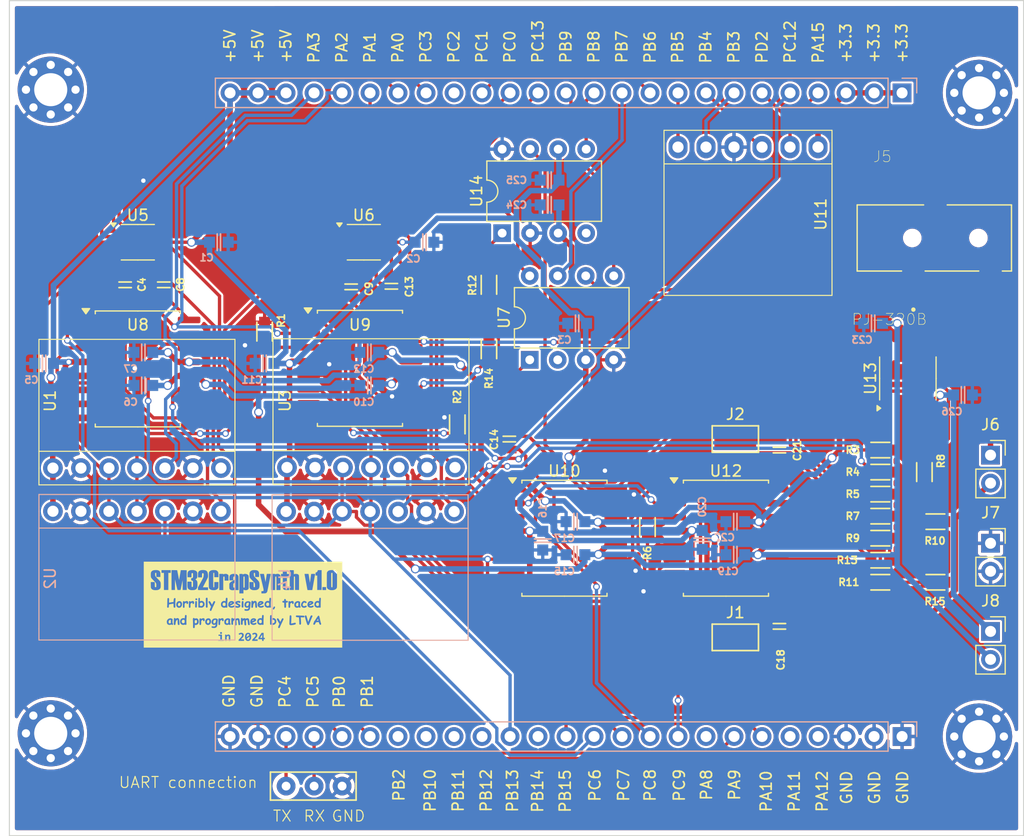
<source format=kicad_pcb>
(kicad_pcb (version 20240108) (generator "pcbnew") (generator_version "8.0")
  (layers (0 "F.Cu" signal) (31 "B.Cu" signal) (34 "B.Paste" user) (35 "F.Paste" user) (36 "B.SilkS" user "B.Silkscreen") (37 "F.SilkS" user "F.Silkscreen") (38 "B.Mask" user) (39 "F.Mask" user) (44 "Edge.Cuts" user))
  (net 0 "")
  (net 1 "+3.3V")
  (net 2 "CH2_TOVOL")
  (net 3 "Net-(U8-VinR)")
  (net 4 "P,+15")
  (net 5 "GND")
  (net 6 "P,-15")
  (net 7 "/PB11")
  (net 8 "Net-(U8-VinL)")
  (net 9 "UART_TX")
  (net 10 "/PB10")
  (net 11 "CH1_TOVOL")
  (net 12 "/PA12{slash}usb_dp")
  (net 13 "CH4_TOVOL")
  (net 14 "/PB14{slash}adc4_in4")
  (net 15 "Net-(U9-VinR)")
  (net 16 "/PA11{slash}usb_dm")
  (net 17 "CH3_TOVOL")
  (net 18 "Net-(U9-VinL)")
  (net 19 "Net-(U10-VinR)")
  (net 20 "/PA8(clock)")
  (net 21 "+5V")
  (net 22 "NOISE_TOVOL")
  (net 23 "DAC_tovol1")
  (net 24 "Net-(U12-VinR)")
  (net 25 "DAC_tovol2")
  (net 26 "Net-(U12-VinL)")
  (net 27 "P,-5")
  (net 28 "ZCEN_2")
  (net 29 "CS_AD9833_3")
  (net 30 "ZCEN_3")
  (net 31 "NOISE_CLK_SEL")
  (net 32 "PWM3")
  (net 33 "/PC2")
  (net 34 "ZCEN_1")
  (net 35 "Analog_CLK")
  (net 36 "PWM1")
  (net 37 "ZCEN_DAC")
  (net 38 "CS_AD9833_2")
  (net 39 "Analog_data")
  (net 40 "/PB12{slash}adc4_in3")
  (net 41 "UART_RX")
  (net 42 "MUX_SEL_3")
  (net 43 "FLASH_MISO")
  (net 44 "FILT_CLK")
  (net 45 "MUX_SEL_4")
  (net 46 "CS_AD9833_1")
  (net 47 "FLASH_CLK")
  (net 48 "MUX_SEL_1")
  (net 49 "PWM4")
  (net 50 "NOISE_CS")
  (net 51 "CS_AD9833_4")
  (net 52 "MUX_SEL_2")
  (net 53 "ATTEN_CS")
  (net 54 "FLASH_MOSI")
  (net 55 "FLASH_CS")
  (net 56 "NOISE_CLK")
  (net 57 "NOISE_DI")
  (net 58 "PWM2")
  (net 59 "Analog_data_out1")
  (net 60 "Analog_data_out2")
  (net 61 "Net-(U13-Output)")
  (net 62 "CH1_OUT")
  (net 63 "CH2_OUT")
  (net 64 "CH3_OUT")
  (net 65 "Analog_data_out3")
  (net 66 "CH4_OUT")
  (net 67 "Net-(U13-In+)")
  (net 68 "NOISE_OUT")
  (net 69 "DAC_out1")
  (net 70 "Net-(U14-Vin)")
  (net 71 "FILTER_FEEDBACK_OUT")
  (net 72 "DAC_out2")
  (net 73 "CH4_TOFILT")
  (net 74 "DDS1_out")
  (net 75 "DDS2_out")
  (net 76 "DDS3_out")
  (net 77 "DDS4_out")
  (net 80 "Net-(U13-In-)")
  (net 84 "/PB2")
  (footprint "Package_SO:SOIC-8_3.9x4.9mm_P1.27mm" (layer "F.Cu") (at 179.5 79.5 90)
    (property "Reference" "U13")
    (property "Value" "~" (hide yes))
  )
  (footprint "project:AD9833" (layer "F.Cu") (at 130.8 87.58 90)
    (property "Reference" "U3")
    (property "Value" "~" (hide yes))
  )
  (footprint "4ms_Resistor:R_0603" (layer "F.Cu") (at 141.5 71 90)
    (property "Reference" "R12")
    (property "Value" "1k_0603_0.1%" (hide yes))
  )
  (footprint "Package_SO:SOIC-16W_7.5x10.3mm_P1.27mm" (layer "F.Cu") (at 163 94)
    (property "Reference" "U12")
    (property "Value" "~" (hide yes))
  )
  (footprint "4ms_Resistor:R_0603" (layer "F.Cu") (at 182 98)
    (property "Reference" "R15")
    (property "Value" "1k_0603_0.1%" (hide yes))
  )
  (footprint "4ms_Capacitor:C_0805" (layer "F.Cu") (at 132.65 71.135 90)
    (property "Reference" "C13")
    (property "Value" "22uF_0603_16V" (hide yes))
  )
  (footprint "Package_SO:SOIC-16W_7.5x10.3mm_P1.27mm" (layer "F.Cu") (at 148.35 94)
    (property "Reference" "U10")
    (property "Value" "~" (hide yes))
  )
  (footprint "4ms_Resistor:R_0603" (layer "F.Cu") (at 177 96)
    (property "Reference" "R13")
    (property "Value" "3.0k_0603_0.1%" (hide yes))
  )
  (footprint "project:W25Q128_board" (layer "F.Cu") (at 165 58.5 -90)
    (property "Reference" "U11")
    (property "Value" "~" (hide yes))
  )
  (footprint "Package_SO:SOIC-16W_7.5x10.3mm_P1.27mm" (layer "F.Cu") (at 109.65 78.635)
    (property "Reference" "U8")
    (property "Value" "~" (hide yes))
  )
  (footprint "myLibrary:M3" (layer "F.Cu") (at 185.962184 53.577958)
    (property "Reference" "J4" (hide yes))
    (property "Value" "Conn_01x01" (hide yes))
  )
  (footprint "4ms_Connector:Socket_1x02_2.54mm_TH" (layer "F.Cu") (at 187 94.46)
    (property "Reference" "J7")
    (property "Value" "Screw_Terminal_01x02" (hide yes))
  )
  (footprint "4ms_Capacitor:C_0805" (layer "F.Cu") (at 112 71 90)
    (property "Reference" "C8")
    (property "Value" "22uF_0603_16V" (hide yes))
  )
  (footprint "TestPoint:TestPoint_Keystone_5019_Minature" (layer "F.Cu") (at 163.85 103)
    (property "Reference" "J1")
    (property "Value" "~" (hide yes))
  )
  (footprint "4ms_Resistor:R_0603" (layer "F.Cu") (at 177 92)
    (property "Reference" "R7")
    (property "Value" "3.0k_0603_0.1%" (hide yes))
  )
  (footprint "4ms_Resistor:R_0603" (layer "F.Cu") (at 177 98)
    (property "Reference" "R11")
    (property "Value" "3.0k_0603_0.1%" (hide yes))
  )
  (footprint "project:logo_negative" (layer "F.Cu") (at 119.19 100.03)
    (property "Reference" "G***" (hide yes))
    (property "Value" "LOGO" (hide yes))
  )
  (footprint "Package_SO:VSSOP-10_3x3mm_P0.5mm" (layer "F.Cu") (at 130.15 67.135)
    (property "Reference" "U6")
    (property "Value" "~" (hide yes))
  )
  (footprint "project:BOOMELE_PJ-320B" (layer "F.Cu") (at 182.9 66.75)
    (property "Reference" "J5")
    (property "Value" "PJ-320B")
  )
  (footprint "4ms_Resistor:R_0603" (layer "F.Cu") (at 138.63 83.67 -90)
    (property "Reference" "R2")
    (property "Value" "100k_0603" (hide yes))
  )
  (footprint "myLibrary:M3" (layer "F.Cu") (at 185.960142 112)
    (property "Reference" "J3" (hide yes))
    (property "Value" "Conn_01x01" (hide yes))
  )
  (footprint "project:UART_port" (layer "F.Cu") (at 125.64 116.5)
    (property "Reference" "J9" (hide yes))
    (property "Value" "~" (hide yes))
  )
  (footprint "4ms_Connector:Socket_1x02_2.54mm_TH" (layer "F.Cu") (at 187 86.46)
    (property "Reference" "J6")
    (property "Value" "Screw_Terminal_01x02" (hide yes))
  )
  (footprint "4ms_Package_DIP:DIP-8pin_TH" (layer "F.Cu") (at 145.2 77.81 90)
    (property "Reference" "U7")
    (property "Value" "~" (hide yes))
  )
  (footprint "project:AD9833" (layer "F.Cu") (at 109.57 87.635 90)
    (property "Reference" "U1")
    (property "Value" "~" (hide yes))
  )
  (footprint "TestPoint:TestPoint_Keystone_5019_Minature" (layer "F.Cu") (at 163.85 85)
    (property "Reference" "J2")
    (property "Value" "~" (hide yes))
  )
  (footprint "4ms_Resistor:R_0603" (layer "F.Cu") (at 182 92.5)
    (property "Reference" "R10")
    (property "Value" "1k_0603_0.1%" (hide yes))
  )
  (footprint "4ms_Capacitor:C_0805" (layer "F.Cu") (at 143.35 85 90)
    (property "Reference" "C14")
    (property "Value" "22uF_0603_16V" (hide yes))
  )
  (footprint "4ms_Connector:Socket_1x02_2.54mm_TH" (layer "F.Cu") (at 187 102.46)
    (property "Reference" "J8")
    (property "Value" "Screw_Terminal_01x02" (hide yes))
  )
  (footprint "4ms_Resistor:R_0603" (layer "F.Cu") (at 177 90)
    (property "Reference" "R5")
    (property "Value" "3.0k_0603_0.1%" (hide yes))
  )
  (footprint "Package_SO:SOIC-16W_7.5x10.3mm_P1.27mm" (layer "F.Cu") (at 129.8 78.58)
    (property "Reference" "U9")
    (property "Value" "~" (hide yes))
  )
  (footprint "4ms_Capacitor:C_0805" (layer "F.Cu") (at 129 71.185 90)
    (property "Reference" "C9")
    (property "Value" "22uF_0603_16V" (hide yes))
  )
  (footprint "4ms_Resistor:R_0603" (layer "F.Cu") (at 177 94)
    (property "Reference" "R9")
    (property "Value" "3.0k_0603_0.1%" (hide yes))
  )
  (footprint "myLibrary:M3" (layer "F.Cu") (at 101.750142 111.71)
    (property "Reference" "J5" (hide yes))
    (property "Value" "Conn_01x01")
  )
  (footprint "4ms_Resistor:R_0603" (layer "F.Cu") (at 121.15 75.25 -90)
    (property "Reference" "R1")
    (property "Value" "100k_0603" (hide yes))
  )
  (footprint "4ms_Resistor:R_0603" (layer "F.Cu") (at 181 88 -90)
    (property "Reference" "R8")
    (property "Value" "2.2k_0603" (hide yes))
  )
  (footprint "4ms_Capacitor:C_0805" (layer "F.Cu") (at 108.5 71 90)
    (property "Reference" "C4")
    (property "Value" "22uF_0603_16V" (hide yes))
  )
  (footprint "4ms_Capacitor:C_0805" (layer "F.Cu") (at 167.85 86 90)
    (property "Reference" "C21")
    (property "Value" "22uF_0603_16V" (hide yes))
  )
  (footprint "Package_SO:VSSOP-10_3x3mm_P0.5mm" (layer "F.Cu") (at 109.65 67.135)
    (property "Reference" "U5")
    (property "Value" "~" (hide yes))
  )
  (footprint "4ms_Package_DIP:DIP-8pin_TH" (layer "F.Cu") (at 142.7 66.31 90)
    (property "Reference" "U14")
    (property "Value" "~" (hide yes))
  )
  (footprint "4ms_Resistor:R_0603" (layer "F.Cu") (at 177 88)
    (property "Reference" "R4")
    (property "Value" "3.0k_0603_0.1%" (hide yes))
  )
  (footprint "4ms_Resistor:R_0603" (layer "F.Cu") (at 141.5 76.85 -90)
    (property "Reference" "R14")
    (property "Value" "1k_0603_0.1%" (hide yes))
  )
  (footprint "4ms_Capacitor:C_0805" (layer "F.Cu") (at 167.85 102 -90)
    (property "Reference" "C18")
    (property "Value" "22uF_0603_16V" (hide yes))
  )
  (footprint "4ms_Resistor:R_0603" (layer "F.Cu") (at 155.88 92.99 90)
    (property "Reference" "R6")
    (property "Value" "100k_0603" (hide yes))
  )
  (footprint "4ms_Resistor:R_0603" (layer "F.Cu") (at 177 86)
    (property "Reference" "R3")
    (property "Value" "3.0k_0603_0.1%" (hide yes))
  )
  (footprint "4ms_Capacitor:C_0603" (layer "B.Cu") (at 147 61.5 180)
    (property "Reference" "C25")
    (property "Value" "0.22uF_0603_25V" (hide yes))
  )
  (footprint "4ms_Capacitor:C_0603" (layer "B.Cu") (at 149.5 74.5 180)
    (property "Reference" "C3")
    (property "Value" "0.22uF_0603_25V" (hide yes))
  )
  (footprint "4ms_Capacitor:C_0603" (layer "B.Cu") (at 147 63.75 180)
    (property "Reference" "C24")
    (property "Value" "0.22uF_0603_25V" (hide yes))
  )
  (footprint "4ms_Capacitor:C_0603" (layer "B.Cu") (at 110.15 77.135 180)
    (property "Reference" "C7")
    (property "Value" "0.22uF_0603_25V" (hide yes))
  )
  (footprint "4ms_Capacitor:C_0603" (layer "B.Cu") (at 130.65 77.135 180)
    (property "Reference" "C12")
    (property "Value" "0.22uF_0603_25V" (hide yes))
  )
  (footprint "4ms_Capacitor:C_0603" (layer "B.Cu") (at 146.38 94.22 -90)
    (property "Reference" "C16")
    (property "Value" "0.22uF_0603_25V" (hide yes))
  )
  (footprint "4ms_Capacitor:C_0603" (layer "B.Cu") (at 117 67.135)
    (property "Reference" "C1")
    (property "Value" "0.22uF_0603_25V" (hide yes))
  )
  (footprint "project:AD9833" (layer "B.Cu") (at 130.72 91.58 -90)
    (property "Reference" "U4")
    (property "Value" "~" (hide yes))
  )
  (footprint "Connector_PinSocket_2.54mm:PinSocket_1x25_P2.54mm_Vertical" (layer "B.Cu") (at 178.975142 112 90)
    (property "Reference" "J3" (hide yes))
    (property "Value" "Conn_01x25_Socket" (hide yes))
  )
  (footprint "4ms_Capacitor:C_0603" (layer "B.Cu") (at 130.65 80.135 180)
    (property "Reference" "C10")
    (property "Value" "0.22uF_0603_25V" (hide yes))
  )
  (footprint "project:AD9833" (layer "B.Cu") (at 109.57 91.555 -90)
    (property "Reference" "U2")
    (property "Value" "~" (hide yes))
  )
  (footprint "4ms_Capacitor:C_0603" (layer "B.Cu") (at 110.15 80.135 180)
    (property "Reference" "C6")
    (property "Value" "0.22uF_0603_25V" (hide yes))
  )
  (footprint "4ms_Capacitor:C_0603" (layer "B.Cu") (at 101.15 78.135 180)
    (property "Reference" "C5")
    (property "Value" "0.22uF_0603_25V" (hide yes))
  )
  (footprint "4ms_Capacitor:C_0603" (layer "B.Cu") (at 121.15 78.135 180)
    (property "Reference" "C11")
    (property "Value" "0.22uF_0603_25V" (hide yes))
  )
  (footprint "4ms_Capacitor:C_0603" (layer "B.Cu") (at 163.85 92.5 180)
    (property "Reference" "C22")
    (property "Value" "0.22uF_0603_25V" (hide yes))
  )
  (footprint "4ms_Capacitor:C_0603" (layer "B.Cu") (at 176.35 74.5 180)
    (property "Reference" "C23")
    (property "Value" "0.22uF_0603_25V" (hide yes))
  )
  (footprint "4ms_Capacitor:C_0603" (layer "B.Cu") (at 160.85 94.15 -90)
    (property "Reference" "C20")
    (property "Value" "0.22uF_0603_25V" (hide yes))
  )
  (footprint "myLibrary:M3" (layer "B.Cu") (at 101.750142 53.29 180)
    (property "Reference" "J2" (hide yes))
    (property "Value" "Conn_01x01" (hide yes))
  )
  (footprint "4ms_Capacitor:C_0603" (layer "B.Cu") (at 135.65 67.135)
    (property "Reference" "C2")
    (property "Value" "0.22uF_0603_25V" (hide yes))
  )
  (footprint "Connector_PinSocket_2.54mm:PinSocket_1x25_P2.54mm_Vertical" (layer "B.Cu") (at 178.975142 53.58 90)
    (property "Reference" "J4" (hide yes))
    (property "Value" "Conn_01x25_Socket" (hide yes))
  )
  (footprint "4ms_Capacitor:C_0603" (layer "B.Cu") (at 149.35 92.5 180)
    (property "Reference" "C17")
    (property "Value" "0.22uF_0603_25V" (hide yes))
  )
  (footprint "4ms_Capacitor:C_0603" (layer "B.Cu") (at 184.5 81)
    (property "Reference" "C26")
    (property "Value" "0.22uF_0603_25V" (hide yes))
  )
  (footprint "4ms_Capacitor:C_0603" (layer "B.Cu") (at 163.85 95.5 180)
    (property "Reference" "C19")
    (property "Value" "0.22uF_0603_25V" (hide yes))
  )
  (footprint "4ms_Capacitor:C_0603" (layer "B.Cu") (at 149.35 95.5 180)
    (property "Reference" "C15")
    (property "Value" "0.22uF_0603_25V" (hide yes))
  )
  (gr_circle (center 101.760142 53.301285) (end 101.700142 51.901285) (stroke (width 0.1)) (fill none) (layer "Edge.Cuts"))
  (gr_circle (center 185.960142 53.58) (end 185.660142 52.179734) (stroke (width 0.1)) (fill none) (layer "Edge.Cuts"))
  (gr_line (start 190 121) (end 190 45.2) (stroke (width 0.1)) (layer "Edge.Cuts"))
  (gr_circle (center 186 112) (end 185.98 110.6) (stroke (width 0.1)) (fill none) (layer "Edge.Cuts"))
  (gr_circle (center 101.750142 111.710571) (end 101.790142 110.310571) (stroke (width 0.1)) (fill none) (layer "Edge.Cuts"))
  (gr_line (start 98 45.21) (end 190 45.2) (stroke (width 0.1)) (layer "Edge.Cuts"))
  (gr_circle (center 101.725142 53.301285) (end 101.665142 51.901285) (stroke (width 0.1)) (fill none) (layer "Edge.Cuts"))
  (gr_line (start 190 121) (end 98 121) (stroke (width 0.1)) (layer "Edge.Cuts"))
  (gr_line (start 98 45.21) (end 98 121) (stroke (width 0.1)) (layer "Edge.Cuts"))
  (gr_circle (center 101.715142 111.710571) (end 101.755142 110.310571) (stroke (width 0.1)) (fill none) (layer "Edge.Cuts"))
  (gr_text "+3.3" (at 177 50.97 90) (layer "F.SilkS") (effects (font (size 1 1)) (justify left bottom)))
  (gr_text "PB9" (at 149.06 50.97 90) (layer "F.SilkS") (effects (font (size 1 1)) (justify left bottom)))
  (gr_text "GND" (at 174.52 118.25 90) (layer "F.SilkS") (effects (font (size 1 1)) (justify left bottom)))
  (gr_text "+5V" (at 123.66 50.97 90) (layer "F.SilkS") (effects (font (size 1 1)) (justify left bottom)))
  (gr_text "PA1" (at 131.28 50.97 90) (layer "F.SilkS") (effects (font (size 1 1)) (justify left bottom)))
  (gr_text "PB8" (at 151.6 50.97 90) (layer "F.SilkS") (effects (font (size 1 1)) (justify left bottom)))
  (gr_text "PB0" (at 128.5 109.5 90) (layer "F.SilkS") (effects (font (size 1 1)) (justify left bottom)))
  (gr_text "PB11" (at 139.29 118.95 90) (layer "F.SilkS") (effects (font (size 1 1)) (justify left bottom)))
  (gr_text "PC1" (at 141.44 50.97 90) (layer "F.SilkS") (effects (font (size 1 1)) (justify left bottom)))
  (gr_text "PC3" (at 136.36 50.97 90) (layer "F.SilkS") (effects (font (size 1 1)) (justify left bottom)))
  (gr_text "+3.3" (at 179.54 50.97 90) (layer "F.SilkS") (effects (font (size 1 1)) (justify left bottom)))
  (gr_text "PB5" (at 159.2 51 90) (layer "F.SilkS") (effects (font (size 1 1)) (justify left bottom)))
  (gr_text "PA0" (at 133.82 50.97 90) (layer "F.SilkS") (effects (font (size 1 1)) (justify left bottom)))
  (gr_text "GND" (at 179.6 118.25 90) (layer "F.SilkS") (effects (font (size 1 1)) (justify left bottom)))
  (gr_text "PC4" (at 123.58 109.5 90) (layer "F.SilkS") (effects (font (size 1 1)) (justify left bottom)))
  (gr_text "PA12" (at 172.31 118.95 90) (layer "F.SilkS") (effects (font (size 1 1)) (justify left bottom)))
  (gr_text "+5V" (at 121.12 50.97 90) (layer "F.SilkS") (effects (font (size 1 1)) (justify left bottom)))
  (gr_text "PB1" (at 131.04 109.5 90) (layer "F.SilkS") (effects (font (size 1 1)) (justify left bottom)))
  (gr_text "PB13" (at 144.219858 118.97 90) (layer "F.SilkS") (effects (font (size 1 1)) (justify left bottom)))
  (gr_text "PD2" (at 166.85 51 90) (layer "F.SilkS") (effects (font (size 1 1)) (justify left bottom)))
  (gr_text "PC0" (at 143.98 50.97 90) (layer "F.SilkS") (effects (font (size 1 1)) (justify left bottom)))
  (gr_text "PA10" (at 167.23 118.95 90) (layer "F.SilkS") (effects (font (size 1 1)) (justify left bottom)))
  (gr_text "PA9" (at 164.36 117.89 90) (layer "F.SilkS") (effects (font (size 1 1)) (justify left bottom)))
  (gr_text "PC9" (at 159.35 118 90) (layer "F.SilkS") (effects (font (size 1 1)) (justify left bottom)))
  (gr_text "PB4" (at 161.75 51 90) (layer "F.SilkS") (effects (font (size 1 1)) (justify left bottom)))
  (gr_text "PA2" (at 128.74 50.97 90) (layer "F.SilkS") (effects (font (size 1 1)) (justify left bottom)))
  (gr_text "+3.3" (at 174.46 50.97 90) (layer "F.SilkS") (effects (font (size 1 1)) (justify left bottom)))
  (gr_text "PA3" (at 126.2 50.97 90) (layer "F.SilkS") (effects (font (size 1 1)) (justify left bottom)))
  (gr_text "GND" (at 118.5 109.5 90) (layer "F.SilkS") (effects (font (size 1 1)) (justify left bottom)))
  (gr_text "PB10" (at 136.75 118.95 90) (layer "F.SilkS") (effects (font (size 1 1)) (justify left bottom)))
  (gr_text "PB14" (at 146.5 119 90) (layer "F.SilkS") (effects (font (size 1 1)) (justify left bottom)))
  (gr_text "PB12" (at 141.83 118.95 90) (layer "F.SilkS") (effects (font (size 1 1)) (justify left bottom)))
  (gr_text "PC7" (at 154.3 118 90) (layer "F.SilkS") (effects (font (size 1 1)) (justify left bottom)))
  (gr_text "PC6" (at 151.7 118 90) (layer "F.SilkS") (effects (font (size 1 1)) (justify left bottom)))
  (gr_text "PB6" (at 156.7 51 90) (layer "F.SilkS") (effects (font (size 1 1)) (justify left bottom)))
  (gr_text "PA8" (at 161.82 117.89 90) (layer "F.SilkS") (effects (font (size 1 1)) (justify left bottom)))
  (gr_text "PC13" (at 146.52 50.97 90) (layer "F.SilkS") (effects (font (size 1 1)) (justify left bottom)))
  (gr_text "PB15" (at 149 119 90) (layer "F.SilkS") (effects (font (size 1 1)) (justify left bottom)))
  (gr_text "PB2" (at 133.92 117.98 90) (layer "F.SilkS") (effects (font (size 1 1)) (justify left bottom)))
  (gr_text "PC12" (at 169.4 51 90) (layer "F.SilkS") (effects (font (size 1 1)) (justify left bottom)))
  (gr_text "PC2" (at 138.9 50.97 90) (layer "F.SilkS") (effects (font (size 1 1)) (justify left bottom)))
  (gr_text "PC5" (at 126.12 109.5 90) (layer "F.SilkS") (effects (font (size 1 1)) (justify left bottom)))
  (gr_text "+5V" (at 118.58 50.97 90) (layer "F.SilkS") (effects (font (size 1 1)) (justify left bottom)))
  (gr_text "PA11" (at 169.77 118.95 90) (layer "F.SilkS") (effects (font (size 1 1)) (justify left bottom)))
  (gr_text "GND" (at 121.04 109.5 90) (layer "F.SilkS") (effects (font (size 1 1)) (justify left bottom)))
  (gr_text "PA15" (at 171.95 51 90) (layer "F.SilkS") (effects (font (size 1 1)) (justify left bottom)))
  (gr_text "PC8" (at 156.7 118 90) (layer "F.SilkS") (effects (font (size 1 1)) (justify left bottom)))
  (gr_text "PB7" (at 154.14 50.97 90) (layer "F.SilkS") (effects (font (size 1 1)) (justify left bottom)))
  (gr_text "PB3" (at 164.3 51 90) (layer "F.SilkS") (effects (font (size 1 1)) (justify left bottom)))
  (gr_text "GND" (at 177.06 118.25 90) (layer "F.SilkS") (effects (font (size 1 1)) (justify left bottom)))
  (segment (start 173.895142 53.58) (end 176.435142 53.58) (width 0.5) (layer "F.Cu") (net 1))
  (segment (start 171.35 56.125142) (end 173.895142 53.58) (width 0.5) (layer "F.Cu") (net 1))
  (segment (start 171.35 58.5) (end 171.35 56.125142) (width 0.5) (layer "F.Cu") (net 1))
  (segment (start 176.435142 53.58) (end 178.975142 53.58) (width 0.5) (layer "F.Cu") (net 1))
  (segment (start 109.3 69.25) (end 108.5 70.05) (width 0.3) (layer "F.Cu") (net 2))
  (segment (start 109.3 67.61312) (end 109.3 69.25) (width 0.3) (layer "F.Cu") (net 2))
  (segment (start 110.77812 66.135) (end 109.3 67.61312) (width 0.3) (layer "F.Cu") (net 2))
  (segment (start 111.85 66.135) (end 110.77812 66.135) (width 0.3) (layer "F.Cu") (net 2))
  (segment (start 108.5 80.51) (end 111.07 83.08) (width 0.3) (layer "F.Cu") (net 3))
  (segment (start 111.07 83.08) (end 114.3 83.08) (width 0.3) (layer "F.Cu") (net 3))
  (segment (start 108.5 71.95) (end 108.5 80.51) (width 0.3) (layer "F.Cu") (net 3))
  (segment (start 166.655 94.635) (end 167.65 94.635) (width 0.5) (layer "F.Cu") (net 4))
  (segment (start 113.23 79.27) (end 114.3 79.27) (width 0.5) (layer "F.Cu") (net 4))
  (segment (start 134.82 96.79) (end 131.429 93.399) (width 0.5) (layer "F.Cu") (net 4))
  (segment (start 134.45 79.215) (end 133.455 79.215) (width 0.5) (layer "F.Cu") (net 4))
  (segment (start 115.818322 80.041004) (end 115.818322 80.018322) (width 0.5) (layer "F.Cu") (net 4))
  (segment (start 115.818322 80.018322) (end 115.07 79.27) (width 0.5) (layer "F.Cu") (net 4))
  (segment (start 120.605831 90.951179) (end 120.605831 82.555831) (width 0.5) (layer "F.Cu") (net 4))
  (segment (start 115.07 79.27) (end 114.3 79.27) (width 0.5) (layer "F.Cu") (net 4))
  (segment (start 123.053652 93.399) (end 120.605831 90.951179) (width 0.5) (layer "F.Cu") (net 4))
  (segment (start 133.455 79.215) (end 132.67 80) (width 0.5) (layer "F.Cu") (net 4))
  (segment (start 165.9 95.39) (end 165.9 95.5) (width 0.5) (layer "F.Cu") (net 4))
  (segment (start 153 94.635) (end 152.260136 94.635) (width 0.5) (layer "F.Cu") (net 4))
  (segment (start 112.36 80.14) (end 113.23 79.27) (width 0.5) (layer "F.Cu") (net 4))
  (segment (start 131.429 93.399) (end 123.053652 93.399) (width 0.5) (layer "F.Cu") (net 4))
  (segment (start 178.865 77.025) (end 178.865 74.845) (width 0.5) (layer "F.Cu") (net 4))
  (segment (start 166.655 94.635) (end 165.9 95.39) (width 0.5) (layer "F.Cu") (net 4))
  (segment (start 152.260136 94.635) (end 151.430161 95.464975) (width 0.5) (layer "F.Cu") (net 4))
  (segment (start 178.865 74.845) (end 178.53 74.51) (width 0.5) (layer "F.Cu") (net 4))
  (via (at 165.9 95.5) (size 0.8) (drill 0.6) (layers "F.Cu" "B.Cu") (net 4))
  (via (at 120.605831 82.555831) (size 0.8) (drill 0.6) (layers "F.Cu" "B.Cu") (net 4))
  (via (at 134.82 96.79) (size 0.8) (drill 0.6) (layers "F.Cu" "B.Cu") (net 4))
  (via (at 132.67 80) (size 0.8) (drill 0.6) (layers "F.Cu" "B.Cu") (net 4))
  (via (at 178.53 74.51) (size 0.8) (drill 0.6) (layers "F.Cu" "B.Cu") (net 4))
  (via (at 112.36 80.14) (size 0.8) (drill 0.6) (layers "F.Cu" "B.Cu") (net 4))
  (via (at 151.430161 95.464975) (size 0.8) (drill 0.6) (layers "F.Cu" "B.Cu") (net 4))
  (via (at 115.818322 80.041004) (size 0.8) (drill 0.6) (layers "F.Cu" "B.Cu") (net 4))
  (segment (start 178.53 96.53) (end 178.53 95.48) (width 0.5) (layer "B.Cu") (net 4))
  (segment (start 165.9 95.5) (end 178.51 95.5) (width 0.5) (layer "B.Cu") (net 4))
  (segment (start 112.36 80.14) (end 111.005 80.14) (width 0.5) (layer "B.Cu") (net 4))
  (segment (start 120.605831 82.555831) (end 120.605831 81.100831) (width 0.5) (layer "B.Cu") (net 4))
  (segment (start 150.2 96.13) (end 150.2 95.5) (width 0.5) (layer "B.Cu") (net 4))
  (segment (start 164.7 95.5) (end 163.75 96.45) (width 0.5) (layer "B.Cu") (net 4))
  (segment (start 150.235025 95.464975) (end 150.2 95.5) (width 0.5) (layer "B.Cu") (net 4))
  (segment (start 111.005 80.14) (end 111 80.135) (width 0.5) (layer "B.Cu") (net 4))
  (segment (start 131.635 80) (end 131.5 80.135) (width 0.5) (layer "B.Cu") (net 4))
  (segment (start 164.7 95.5) (end 165.9 95.5) (width 0.5) (layer "B.Cu") (net 4))
  (segment (start 132.67 80) (end 131.635 80) (width 0.5) (layer "B.Cu") (net 4))
  (segment (start 187 105) (end 178.53 96.53) (width 0.5) (layer "B.Cu") (net 4))
  (segment (start 155.702376 96.45) (end 154.717351 95.464975) (width 0.5) (layer "B.Cu") (net 4))
  (segment (start 178.51 95.5) (end 178.53 95.48) (width 0.5) (layer "B.Cu") (net 4))
  (segment (start 134.82 96.79) (end 149.54 96.79) (width 0.5) (layer "B.Cu") (net 4))
  (segment (start 117.281004 80.041004) (end 118.325 81.085) (width 0.5) (layer "B.Cu") (net 4))
  (segment (start 178.53 74.51) (end 177.21 74.51) (width 0.5) (layer "B.Cu") (net 4))
  (segment (start 118.325 81.085) (end 120.59 81.085) (width 0.5) (layer "B.Cu") (net 4))
  (segment (start 177.21 74.51) (end 177.2 74.5) (width 0.5) (layer "B.Cu") (net 4))
  (segment (start 178.53 95.48) (end 178.53 74.51) (width 0.5) (layer "B.Cu") (net 4))
  (segment (start 115.818322 80.041004) (end 117.281004 80.041004) (width 0.5) (layer "B.Cu") (net 4))
  (segment (start 130.55 81.085) (end 120.59 81.085) (width 0.5) (layer "B.Cu") (net 4))
  (segment (start 151.430161 95.464975) (end 150.235025 95.464975) (width 0.5) (layer "B.Cu") (net 4))
  (segment (start 154.717351 95.464975) (end 151.430161 95.464975) (width 0.5) (layer "B.Cu") (net 4))
  (segment (start 149.54 96.79) (end 150.2 96.13) (width 0.5) (layer "B.Cu") (net 4))
  (segment (start 131.5 80.135) (end 130.55 81.085) (width 0.5) (layer "B.Cu") (net 4))
  (segment (start 120.605831 81.100831) (end 120.59 81.085) (width 0.5) (layer "B.Cu") (net 4))
  (segment (start 163.75 96.45) (end 155.702376 96.45) (width 0.5) (layer "B.Cu") (net 4))
  (via (at 152.02 87.87) (size 0.6) (drill 0.4) (layers "F.Cu" "B.Cu") (net 5))
  (via (at 110.15 61.55) (size 0.6) (drill 0.4) (layers "F.Cu" "B.Cu") (net 5))
  (via (at 127.01 78.21) (size 0.6) (drill 0.4) (layers "F.Cu" "B.Cu") (net 5))
  (via (at 137.46 83.03) (size 0.6) (drill 0.4) (layers "F.Cu" "B.Cu") (net 5))
  (via (at 155.52 98.82) (size 0.6) (drill 0.4) (layers "F.Cu" "B.Cu") (net 5))
  (via (at 154.65 90.03) (size 0.6) (drill 0.4) (layers "F.Cu" "B.Cu") (net 5))
  (via (at 109.37 78.58) (size 0.6) (drill 0.4) (layers "F.Cu" "B.Cu") (net 5))
  (via (at 132.71 81.13) (size 0.6) (drill 0.4) (layers "F.Cu" "B.Cu") (net 5))
  (via (at 119.37 76.49) (size 0.6) (drill 0.4) (layers "F.Cu" "B.Cu") (net 5))
  (via (at 154.8 96.95) (size 0.6) (drill 0.4) (layers "F.Cu" "B.Cu") (net 5))
  (segment (start 134.45 77.945) (end 133.545 77.945) (width 0.5) (layer "F.Cu") (net 6))
  (segment (start 146.61 90.6156) (end 144.3944 88.4) (width 0.5) (layer "F.Cu") (net 6))
  (segment (start 113.24 78) (end 112.38 77.14) (width 0.5) (layer "F.Cu") (net 6))
  (segment (start 152.215 93.365) (end 151.38 92.53) (width 0.5) (layer "F.Cu") (net 6))
  (segment (start 144.3944 88.4) (end 141.440787 88.4) (width 0.5) (layer "F.Cu") (net 6))
  (segment (start 140.78 87.739213) (end 140.78 80.120661) (width 0.5) (layer "F.Cu") (net 6))
  (segment (start 140.78 80.120661) (end 138.92967 78.270331) (width 0.5) (layer "F.Cu") (net 6))
  (segment (start 138.92967 78.270331) (end 138.92967 78.27033) (width 0.5) (layer "F.Cu") (net 6))
  (segment (start 172.62 86.71) (end 173.300659 86.029341) (width 0.5) (layer "F.Cu") (net 6))
  (segment (start 173.300659 83.529341) (end 176.78 80.05) (width 0.5) (layer "F.Cu") (net 6))
  (segment (start 181.405 81.000001) (end 181.405 81.975) (width 0.5) (layer "F.Cu") (net 6))
  (segment (start 181.465 81.975) (end 182.43 81.01) (width 0.5) (layer "F.Cu") (net 6))
  (segment (start 133.545 77.945) (end 132.73 77.13) (width 0.5) (layer "F.Cu") (net 6))
  (segment (start 153 93.365) (end 152.215 93.365) (width 0.5) (layer "F.Cu") (net 6))
  (segment (start 181.405 81.975) (end 181.465 81.975) (width 0.5) (layer "F.Cu") (net 6))
  (segment (start 180.454999 80.05) (end 181.405 81.000001) (width 0.5) (layer "F.Cu") (net 6))
  (segment (start 173.300659 86.029341) (end 173.300659 83.529341) (width 0.5) (layer "F.Cu") (net 6))
  (segment (start 166.845 93.365) (end 165.98 92.5) (width 0.5) (layer "F.Cu") (net 6))
  (segment (start 176.78 80.05) (end 180.454999 80.05) (width 0.5) (layer "F.Cu") (net 6))
  (segment (start 141.440787 88.4) (end 140.78 87.739213) (width 0.5) (layer "F.Cu") (net 6))
  (segment (start 167.65 93.365) (end 166.845 93.365) (width 0.5) (layer "F.Cu") (net 6))
  (segment (start 114.3 78) (end 113.24 78) (width 0.5) (layer "F.Cu") (net 6))
  (via (at 138.92967 78.27033) (size 0.8) (drill 0.6) (layers "F.Cu" "B.Cu") (net 6))
  (via (at 172.62 86.71) (size 0.8) (drill 0.6) (layers "F.Cu" "B.Cu") (net 6))
  (via (at 151.38 92.53) (size 0.8) (drill 0.6) (layers "F.Cu" "B.Cu") (net 6))
  (via (at 146.61 90.6156) (size 0.8) (drill 0.6) (layers "F.Cu" "B.Cu") (net 6))
  (via (at 182.43 81.01) (size 0.8) (drill 0.6) (layers "F.Cu" "B.Cu") (net 6))
  (via (at 132.73 77.13) (size 0.8) (drill 0.6) (layers "F.Cu" "B.Cu") (net 6))
  (via (at 114.3 78) (size 0.8) (drill 0.6) (layers "F.Cu" "B.Cu") (net 6))
  (via (at 165.98 92.5) (size 0.8) (drill 0.6) (layers "F.Cu" "B.Cu") (net 6))
  (via (at 112.38 77.14) (size 0.8) (drill 0.6) (layers "F.Cu" "B.Cu") (net 6))
  (segment (start 112.38 77.14) (end 111.005 77.14) (width 0.5) (layer "B.Cu") (net 6))
  (segment (start 148.3156 90.6156) (end 150.2 92.5) (width 0.5) (layer "B.Cu") (net 6))
  (segment (start 131.505 77.13) (end 131.5 77.135) (width 0.5) (layer "B.Cu") (net 6))
  (segment (start 183.64 81.01) (end 183.65 81) (width 0.5) (layer "B.Cu") (net 6))
  (segment (start 165.98 92.5) (end 165.98 91.73) (width 0.5) (layer "B.Cu") (net 6))
  (segment (start 171.127272 88.202728) (end 170.277272 88.202728) (width 0.5) (layer "B.Cu") (net 6))
  (segment (start 133.45 77.85) (end 132.73 77.13) (width 0.5) (layer "B.Cu") (net 6))
  (segment (start 132.73 77.13) (end 131.505 77.13) (width 0.5) (layer "B.Cu") (net 6))
  (segment (start 165.98 91.73) (end 165.47 91.22) (width 0.5) (layer "B.Cu") (net 6))
  (segment (start 165.47 91.22) (end 159.65 91.22) (width 0.5) (layer "B.Cu") (net 6))
  (segment (start 126.927624 79.7) (end 127.422624 79.205) (width 0.5) (layer "B.Cu") (net 6))
  (segment (start 146.61 90.6156) (end 148.3156 90.6156) (width 0.5) (layer "B.Cu") (net 6))
  (segment (start 150.23 92.53) (end 150.2 92.5) (width 0.5) (layer "B.Cu") (net 6))
  (segment (start 111.005 77.14) (end 111 77.135) (width 0.5) (layer "B.Cu") (net 6))
  (segment (start 172.62 86.71) (end 171.127272 88.202728) (width 0.5) (layer "B.Cu") (net 6))
  (segment (start 159.65 91.22) (end 158.34 92.53) (width 0.5) (layer "B.Cu") (net 6))
  (segment (start 165.98 92.5) (end 164.7 92.5) (width 0.5) (layer "B.Cu") (net 6))
  (segment (start 182.43 81.01) (end 183.64 81.01) (width 0.5) (layer "B.Cu") (net 6))
  (segment (start 127.422624 79.205) (end 129.43 79.205) (width 0.5) (layer "B.Cu") (net 6))
  (segment (start 158.34 92.53) (end 151.38 92.53) (width 0.5) (layer "B.Cu") (net 6))
  (segment (start 114.3 78) (end 117.62 78) (width 0.5) (layer "B.Cu") (net 6))
  (segment (start 170.277272 88.202728) (end 165.98 92.5) (width 0.5) (layer "B.Cu") (net 6))
  (segment (start 183.65 99.11) (end 183.65 81) (width 0.5) (layer "B.Cu") (net 6))
  (segment (start 129.43 79.205) (end 131.5 77.135) (width 0.5) (layer "B.Cu") (net 6))
  (segment (start 117.62 78) (end 119.32 79.7) (width 0.5) (layer "B.Cu") (net 6))
  (segment (start 138.92967 78.27033) (end 138.50934 77.85) (width 0.5) (layer "B.Cu") (net 6))
  (segment (start 119.32 79.7) (end 126.927624 79.7) (width 0.5) (layer "B.Cu") (net 6))
  (segment (start 138.50934 77.85) (end 133.45 77.85) (width 0.5) (layer "B.Cu") (net 6))
  (segment (start 151.38 92.53) (end 150.23 92.53) (width 0.5) (layer "B.Cu") (net 6))
  (segment (start 187 102.46) (end 183.65 99.11) (width 0.5) (layer "B.Cu") (net 6))
  (segment (start 112.06 71.95) (end 114.3 74.19) (width 0.3) (layer "F.Cu") (net 8))
  (segment (start 112 71.95) (end 112.06 71.95) (width 0.3) (layer "F.Cu") (net 8))
  (segment (start 123.095142 112) (end 123.095142 116.495142) (width 0.3) (layer "F.Cu") (net 9))
  (segment (start 123.095142 116.495142) (end 123.1 116.5) (width 0.3) (layer "F.Cu") (net 9))
  (segment (start 112 70.05) (end 112 68.285) (width 0.3) (layer "F.Cu") (net 11))
  (segment (start 112 68.285) (end 111.85 68.135) (width 0.3) (layer "F.Cu") (net 11))
  (segment (start 130.775 68.11) (end 130.775 66.674773) (width 0.3) (layer "F.Cu") (net 13))
  (segment (start 131.314773 66.135) (end 132.35 66.135) (width 0.3) (layer "F.Cu") (net 13))
  (segment (start 130.775 66.674773) (end 131.314773 66.135) (width 0.3) (layer "F.Cu") (net 13))
  (segment (start 128.65 70.235) (end 130.775 68.11) (width 0.3) (layer "F.Cu") (net 13))
  (segment (start 129.72 73.205) (end 129.72 79.319999) (width 0.3) (layer "F.Cu") (net 15))
  (segment (start 129.72 79.319999) (end 133.425001 83.025) (width 0.3) (layer "F.Cu") (net 15))
  (segment (start 133.425001 83.025) (end 134.45 83.025) (width 0.3) (layer "F.Cu") (net 15))
  (segment (start 128.65 72.135) (end 129.72 73.205) (width 0.3) (layer "F.Cu") (net 15))
  (segment (start 132.65 70.185) (end 132.65 68.435) (width 0.3) (layer "F.Cu") (net 17))
  (segment (start 132.65 68.435) (end 132.35 68.135) (width 0.3) (layer "F.Cu") (net 17))
  (segment (start 132.65 72.335) (end 134.45 74.135) (width 0.3) (layer "F.Cu") (net 18))
  (segment (start 132.65 72.085) (end 132.65 72.335) (width 0.3) (layer "F.Cu") (net 18))
  (segment (start 144.236446 85.95) (end 144.84 86.553554) (width 0.3) (layer "F.Cu") (net 19))
  (segment (start 147.4 93.63) (end 152.215 98.445) (width 0.3) (layer "F.Cu") (net 19))
  (segment (start 152.215 98.445) (end 153 98.445) (width 0.3) (layer "F.Cu") (net 19))
  (segment (start 143.35 85.95) (end 144.236446 85.95) (width 0.3) (layer "F.Cu") (net 19))
  (segment (start 144.84 87.37) (end 147.4 89.93) (width 0.3) (layer "F.Cu") (net 19))
  (segment (start 144.84 86.553554) (end 144.84 87.37) (width 0.3) (layer "F.Cu") (net 19))
  (segment (start 147.4 89.93) (end 147.4 93.63) (width 0.3) (layer "F.Cu") (net 19))
  (segment (start 123.42 87.34) (end 123.42 81.902684) (width 0.5) (layer "F.Cu") (net 21))
  (segment (start 101.93 87.615) (end 101.93 84.148528) (width 0.5) (layer "F.Cu") (net 21))
  (segment (start 133.655 67.135) (end 133.66 67.13) (width 0.3) (layer "F.Cu") (net 21))
  (segment (start 114.515 67.135) (end 114.52 67.14) (width 0.3) (layer "F.Cu") (net 21))
  (segment (start 159.9 97.919999) (end 159.9 93.3) (width 0.5) (layer "F.Cu") (net 21))
  (segment (start 111.85 67.135) (end 114.515 67.135) (width 0.3) (layer "F.Cu") (net 21))
  (segment (start 143.715 93.35) (end 143.7 93.365) (width 0.5) (layer "F.Cu") (net 21))
  (segment (start 159.374999 98.445) (end 159.9 97.919999) (width 0.5) (layer "F.Cu") (net 21))
  (segment (start 118.015142 63.644858) (end 114.52 67.14) (width 0.5) (layer "F.Cu") (net 21))
  (segment (start 102.92 80.10262) (end 102.92 82.024999) (width 0.5) (layer "F.Cu") (net 21))
  (segment (start 103.38 78.01) (end 103.08 78.31) (width 0.5) (layer "F.Cu") (net 21))
  (segment (start 148.75 86.62) (end 150.28 85.09) (width 0.5) (layer "F.Cu") (net 21))
  (segment (start 159.88 93.32) (end 159.9 93.3) (width 0.3) (layer "F.Cu") (net 21))
  (segment (start 183.8 98.7) (end 180.67 101.83) (width 0.5) (layer "F.Cu") (net 21))
  (segment (start 159.9 93.3) (end 158.415 93.3) (width 0.5) (layer "F.Cu") (net 21))
  (segment (start 103.08 79.94262) (end 102.92 80.10262) (width 0.5) (layer "F.Cu") (net 21))
  (segment (start 183.8 98.7) (end 183.8 92.2) (width 0.5) (layer "F.Cu") (net 21))
  (segment (start 161.97 97.03) (end 161.97 94) (width 0.5) (layer "F.Cu") (net 21))
  (segment (start 101.93 84.148528) (end 101.76 83.978528) (width 0.5) (layer "F.Cu") (net 21))
  (segment (start 103.975001 83.08) (end 105 83.08) (width 0.5) (layer "F.Cu") (net 21))
  (segment (start 183.8 92.2) (end 187 89) (width 0.5) (layer "F.Cu") (net 21))
  (segment (start 101.76 79.41) (end 101.77 79.4) (width 0.5) (layer "F.Cu") (net 21))
  (segment (start 105 78) (end 103.39 78) (width 0.5) (layer "F.Cu") (net 21))
  (segment (start 123.41 81.892684) (end 124.542316 83.025) (width 0.5) (layer "F.Cu") (net 21))
  (segment (start 103.08 78.31) (end 103.08 79.94262) (width 0.5) (layer "F.Cu") (net 21))
  (segment (start 124.542316 83.025) (end 125.15 83.025) (width 0.5) (layer "F.Cu") (net 21))
  (segment (start 123.18 87.58) (end 123.42 87.34) (width 0.5) (layer "F.Cu") (net 21))
  (segment (start 145.2 93.35) (end 143.715 93.35) (width 0.5) (layer "F.Cu") (net 21))
  (segment (start 166.77 101.83) (end 161.97 97.03) (width 0.5) (layer "F.Cu") (net 21))
  (segment (start 118.015142 53.58) (end 118.015142 63.644858) (width 0.5) (layer "F.Cu") (net 21))
  (segment (start 145.2 97.969999) (end 145.2 93.35) (width 0.5) (layer "F.Cu") (net 21))
  (segment (start 123.41 78.15) (end 123.41 81.892684) (width 0.5) (layer "F.Cu") (net 21))
  (segment (start 102.92 82.024999) (end 103.975001 83.08) (width 0.5) (layer "F.Cu") (net 21))
  (segment (start 125.15 77.945) (end 123.615 77.945) (width 0.5) (layer "F.Cu") (net 21))
  (segment (start 101.95 87.635) (end 101.95 91.555) (width 0.5) (layer "F.Cu") (net 21))
  (segment (start 123.18 87.58) (end 123.18 91.5) (width 0.5) (layer "F.Cu") (net 21))
  (segment (start 158.415 93.3) (end 158.35 93.365) (width 0.5) (layer "F.Cu") (net 21))
  (segment (start 144.724999 98.445) (end 145.2 97.969999) (width 0.5) (layer "F.Cu") (net 21))
  (segment (start 103.39 78) (end 103.38 78.01) (width 0.5) (layer "F.Cu") (net 21))
  (segment (start 123.18 91.5) (end 123.1 91.58) (width 0.5) (layer "F.Cu") (net 21))
  (segment (start 150.28 85.09) (end 150.28 77.81) (width 0.5) (layer "F.Cu") (net 21))
  (segment (start 123.42 81.902684) (end 123.41 81.892684) (width 0.5) (layer "F.Cu") (net 21))
  (segment (start 158.35 98.445) (end 159.374999 98.445) (width 0.5) (layer "F.Cu") (net 21))
  (segment (start 132.35 67.135) (end 133.655 67.135) (width 0.3) (layer "F.Cu") (net 21))
  (segment (start 143.7 98.445) (end 144.724999 98.445) (width 0.5) (layer "F.Cu") (net 21))
  (segment (start 101.76 83.978528) (end 101.76 79.41) (width 0.5) (layer "F.Cu") (net 21))
  (segment (start 123.615 77.945) (end 123.41 78.15) (width 0.5) (layer "F.Cu") (net 21))
  (segment (start 180.67 101.83) (end 166.77 101.83) (width 0.5) (layer "F.Cu") (net 21))
  (segment (start 101.95 87.635) (end 101.93 87.615) (width 0.5) (layer "F.Cu") (net 21))
  (via (at 148.75 86.62) (size 0.8) (drill 0.6) (layers "F.Cu" "B.Cu") (net 21))
  (via (at 133.66 67.13) (size 0.6) (drill 0.4) (layers "F.Cu" "B.Cu") (net 21))
  (via (at 101.77 79.4) (size 0.8) (drill 0.6) (layers "F.Cu" "B.Cu") (net 21))
  (via (at 159.9 93.3) (size 0.8) (drill 0.6) (layers "F.Cu" "B.Cu") (net 21))
  (via (at 123.41 78.15) (size 0.8) (drill 0.6) (layers "F.Cu" "B.Cu") (net 21))
  (via (at 145.2 93.35) (size 0.8) (drill 0.6) (layers "F.Cu" "B.Cu") (net 21))
  (via (at 114.52 67.14) (size 0.8) (drill 0.6) (layers "F.Cu" "B.Cu") (net 21))
  (via (at 161.97 94) (size 0.8) (drill 0.6) (layers "F.Cu" "B.Cu") (net 21))
  (via (at 103.38 78.01) (size 0.6) (drill 0.4) (layers "F.Cu" "B.Cu") (net 21))
  (segment (start 101.77 78.365) (end 102 78.135) (width 0.5) (layer "B.Cu") (net 21))
  (segment (start 133.66 67.13) (end 134.795 67.13) (width 0.3) (layer "B.Cu") (net 21))
  (segment (start 145.26 62.45) (end 147.1 62.45) (width 0.5) (layer "B.Cu") (net 21))
  (segment (start 116.15 67.8) (end 116.15 67.135) (width 0.5) (layer "B.Cu") (net 21))
  (segment (start 145.22 93.37) (end 145.2 93.35) (width 0.5) (layer "B.Cu") (net 21))
  (segment (start 147.22 94.21) (end 158.99 94.21) (width 0.5) (layer "B.Cu") (net 21))
  (segment (start 123.8 78.135) (end 134.8 67.135) (width 0.5) (layer "B.Cu") (net 21))
  (segment (start 109.575 63.465) (end 109.595 63.465) (width 0.5) (layer "B.Cu") (net 21))
  (segment (start 134.83 67.105) (end 134.8 67.135) (width 0.5) (layer "B.Cu") (net 21))
  (segment (start 114.525 67.135) (end 114.52 67.14) (width 0.5) (layer "B.Cu") (net 21))
  (segment (start 101.77 79.4) (end 101.77 78.365) (width 0.5) (layer "B.Cu") (net 21))
  (segment (start 148.82 73.55) (end 146.45 71.18) (width 0.5) (layer "B.Cu") (net 21))
  (segment (start 149.4 73.55) (end 148.82 73.55) (width 0.5) (layer "B.Cu") (net 21))
  (segment (start 122 78.135) (end 123.8 78.135) (width 0.5) (layer "B.Cu") (net 21))
  (segment (start 116.15 67.135) (end 114.525 67.135) (width 0.5) (layer "B.Cu") (net 21))
  (segment (start 110.01 63.03) (end 102 71.04) (width 0.5) (layer "B.Cu") (net 21))
  (segment (start 150.28 77.81) (end 150.28 74.57) (width 0.5) (layer "B.Cu") (net 21))
  (segment (start 146.179339 88.65) (end 148.3 88.65) (width 0.5) (layer "B.Cu") (net 21))
  (segment (start 102.125 78.01) (end 102 78.135) (width 0.5) (layer "B.Cu") (net 21))
  (segment (start 146.45 69.287767) (end 143.99 66.827767) (width 0.5) (layer "B.Cu") (net 21))
  (segment (start 146.37 93.36) (end 146.38 93.37) (width 0.5) (layer "B.Cu") (net 21))
  (segment (start 160.85 93.3) (end 159.9 93.3) (width 0.5) (layer "B.Cu") (net 21))
  (segment (start 102 71.04) (end 102 78.135) (width 0.5) (layer "B.Cu") (net 21))
  (segment (start 146.38 93.37) (end 144.32 91.31) (width 0.5) (layer "B.Cu") (net 21))
  (segment (start 148.3 88.65) (end 148.75 88.2) (width 0.5) (layer "B.Cu") (net 21))
  (segment (start 103.38 78.01) (end 102.125 78.01) (width 0.5) (layer "B.Cu") (net 21))
  (segment (start 123.07 77.065) (end 122 78.135) (width 0.5) (layer "B.Cu") (net 21))
  (segment (start 123.07 75.147624) (end 116.15 68.227624) (width 0.5) (layer "B.Cu") (net 21))
  (segment (start 146.38 93.37) (end 145.22 93.37) (width 0.5) (layer "B.Cu") (net 21))
  (segment (start 143.99 63.72) (end 145.26 62.45) (width 0.5) (layer "B.Cu") (net 21))
  (segment (start 147.85 58.76) (end 147.78 58.69) (width 0.5) (layer "B.Cu") (net 21))
  (segment (start 146.38 93.37) (end 147.22 94.21) (width 0.5) (layer "B.Cu") (net 21))
  (segment (start 150.35 74.5) (end 149.4 73.55) (width 0.5) (layer "B.Cu") (net 21))
  (segment (start 122.015 78.15) (end 122 78.135) (width 0.5) (layer "B.Cu") (net 21))
  (segment (start 147.1 62.45) (end 147.85 61.7) (width 0.5) (layer "B.Cu") (net 21))
  (segment (start 161.55 94) (end 160.85 93.3) (width 0.5) (layer "B.Cu") (net 21))
  (segment (start 143.99 66.827767) (end 143.99 64.96) (width 0.5) (layer "B.Cu") (net 21))
  (segment (start 116.15 68.227624) (end 116.15 67.8) (width 0.5) (layer "B.Cu") (net 21))
  (segment (start 148.75 88.2) (end 148.75 86.62) (width 0.5) (layer "B.Cu") (net 21))
  (segment (start 134.795 67.13) (end 134.8 67.135) (width 0.3) (layer "B.Cu") (net 21))
  (segment (start 147.85 61.5) (end 147.85 58.76) (width 0.5) (layer "B.Cu") (net 21))
  (segment (start 118.015142 53.58) (end 120.555142 53.58) (width 0.5) (layer "B.Cu") (net 21))
  (segment (start 136.815 64.96) (end 134.8 66.975) (width 0.5) (layer "B.Cu") (net 21))
  (segment (start 161.97 94) (end 161.55 94) (width 0.5) (layer "B.Cu") (net 21))
  (segment (start 143.99 64.96) (end 136.815 64.96) (width 0.5) (layer "B.Cu") (net 21))
  (segment (start 118.015142 55.024858) (end 110.01 63.03) (width 0.5) (layer "B.Cu") (net 21))
  (segment (start 120.555142 53.58) (end 123.095142 53.58) (width 0.5) (layer "B.Cu") (net 21))
  (segment (start 146.45 71.18) (end 146.45 69.287767) (width 0.5) (layer "B.Cu") (net 21))
  (segment (start 144.32 90.509339) (end 146.179339 88.65) (width 0.5) (layer "B.Cu") (net 21))
  (segment (start 158.99 94.21) (end 159.9 93.3) (width 0.5) (layer "B.Cu") (net 21))
  (segment (start 134.8 66.975) (end 134.8 67.135) (width 0.5) (layer "B.Cu") (net 21))
  (segment (start 143.99 64.96) (end 143.99 63.72) (width 0.5) (layer "B.Cu") (net 21))
  (segment (start 118.015142 53.58) (end 118.015142 55.024858) (width 0.5) (layer "B.Cu") (net 21))
  (segment (start 147.85 61.7) (end 147.85 61.5) (width 0.5) (layer "B.Cu") (net 21))
  (segment (start 123.07 77.065) (end 123.07 75.147624) (width 0.5) (layer "B.Cu") (net 21))
  (segment (start 144.32 91.31) (end 144.32 90.509339) (width 0.5) (layer "B.Cu") (net 21))
  (segment (start 110.01 63.03) (end 109.575 63.465) (width 0.5) (layer "B.Cu") (net 21))
  (segment (start 150.28 74.57) (end 150.35 74.5) (width 0.5) (layer "B.Cu") (net 21))
  (segment (start 123.41 78.15) (end 122.015 78.15) (width 0.5) (layer "B.Cu") (net 21))
  (segment (start 143.35 79.66) (end 145.2 77.81) (width 0.3) (layer "F.Cu") (net 22))
  (segment (start 143.35 84.05) (end 143.35 79.66) (width 0.3) (layer "F.Cu") (net 22))
  (segment (start 167.8 103) (end 167.85 102.95) (width 0.5) (layer "F.Cu") (net 23))
  (segment (start 163.85 103) (end 167.8 103) (width 0.5) (layer "F.Cu") (net 23))
  (segment (start 167.85 101.05) (end 167.85 98.645) (width 0.5) (layer "F.Cu") (net 24))
  (segment (start 167.85 98.645) (end 167.65 98.445) (width 0.5) (layer "F.Cu") (net 24))
  (segment (start 167.8 85) (end 167.85 85.05) (width 0.5) (layer "F.Cu") (net 25))
  (segment (start 163.85 85) (end 167.8 85) (width 0.5) (layer "F.Cu") (net 25))
  (segment (start 167.85 86.95) (end 167.85 89.355) (width 0.5) (layer "F.Cu") (net 26))
  (segment (start 167.85 89.355) (end 167.65 89.555) (width 0.5) (layer "F.Cu") (net 26))
  (segment (start 183.18 75.7) (end 183.18 60.82) (width 0.5) (layer "F.Cu") (net 27))
  (segment (start 150.352233 72.03) (end 149 70.677767) (width 0.5) (layer "F.Cu") (net 27))
  (segment (start 183.18 60.82) (end 169.67 60.82) (width 0.5) (layer "F.Cu") (net 27))
  (segment (start 158.46 72.03) (end 150.352233 72.03) (width 0.5) (layer "F.Cu") (net 27))
  (segment (start 187 79.52) (end 183.18 75.7) (width 0.5) (layer "F.Cu") (net 27))
  (segment (start 169.67 60.82) (end 158.46 72.03) (width 0.5) (layer "F.Cu") (net 27))
  (segment (start 187 86.46) (end 187 79.52) (width 0.5) (layer "F.Cu") (net 27))
  (segment (start 149 70.677767) (end 149 67.53) (width 0.5) (layer "F.Cu") (net 27))
  (segment (start 149 67.53) (end 147.78 66.31) (width 0.5) (layer "F.Cu") (net 27))
  (segment (start 147.85 66.24) (end 147.78 66.31) (width 0.5) (layer "B.Cu") (net 27))
  (segment (start 147.85 63.75) (end 147.85 66.24) (width 0.5) (layer "B.Cu") (net 27))
  (segment (start 132.021 92.141) (end 150.64 110.76) (width 0.3) (layer "F.Cu") (net 28))
  (segment (start 152.335142 110.76) (end 153.575142 112) (width 0.3) (layer "F.Cu") (net 28))
  (segment (start 125.15 74.135) (end 126.174999 74.135) (width 0.3) (layer "F.Cu") (net 28))
  (segment (start 150.64 110.76) (end 152.335142 110.76) (width 0.3) (layer "F.Cu") (net 28))
  (segment (start 128.5 76.460001) (end 128.5 82.01) (width 0.3) (layer "F.Cu") (net 28))
  (segment (start 126.174999 74.135) (end 128.5 76.460001) (width 0.3) (layer "F.Cu") (net 28))
  (segment (start 128.5 82.01) (end 132.039 85.549) (width 0.3) (layer "F.Cu") (net 28))
  (segment (start 132.021 91.066789) (end 132.021 92.141) (width 0.3) (layer "F.Cu") (net 28))
  (segment (start 132.039 91.048789) (end 132.021 91.066789) (width 0.3) (layer "F.Cu") (net 28))
  (segment (start 132.039 85.549) (end 132.039 91.048789) (width 0.3) (layer "F.Cu") (net 28))
  (segment (start 133.34 87.58) (end 134.13 88.37) (width 0.3) (layer "F.Cu") (net 29))
  (segment (start 134.13 93.542894) (end 150.867106 110.28) (width 0.3) (layer "F.Cu") (net 29))
  (segment (start 134.13 88.37) (end 134.13 90.726073) (width 0.3) (layer "F.Cu") (net 29))
  (segment (start 164.555142 110.28) (end 166.275142 112) (width 0.3) (layer "F.Cu") (net 29))
  (segment (start 150.867106 110.28) (end 164.555142 110.28) (width 0.3) (layer "F.Cu") (net 29))
  (segment (start 134.13 92.433927) (end 134.13 93.542894) (width 0.3) (layer "F.Cu") (net 29))
  (segment (start 134.13 90.726073) (end 134.479 91.075073) (width 0.3) (layer "F.Cu") (net 29))
  (segment (start 134.479 92.084927) (end 134.13 92.433927) (width 0.3) (layer "F.Cu") (net 29))
  (segment (start 134.479 91.075073) (end 134.479 92.084927) (width 0.3) (layer "F.Cu") (net 29))
  (segment (start 145.72 92.657106) (end 151.25538 98.192486) (width 0.3) (layer "F.Cu") (net 30))
  (segment (start 144.724999 89.555) (end 145.72 90.550001) (width 0.3) (layer "F.Cu") (net 30))
  (segment (start 145.72 90.550001) (end 145.72 92.657106) (width 0.3) (layer "F.Cu") (net 30))
  (segment (start 143.7 89.555) (end 144.724999 89.555) (width 0.3) (layer "F.Cu") (net 30))
  (segment (start 151.25538 98.192486) (end 151.25538 98.40462) (width 0.3) (layer "F.Cu") (net 30))
  (via (at 151.25538 98.40462) (size 0.6) (drill 0.4) (layers "F.Cu" "B.Cu") (net 30))
  (segment (start 151.25538 98.40462) (end 151.25538 107.140238) (width 0.3) (layer "B.Cu") (net 30))
  (segment (start 151.25538 107.140238) (end 156.115142 112) (width 0.3) (layer "B.Cu") (net 30))
  (segment (start 144.11 69.1) (end 145.2 70.19) (width 0.3) (layer "F.Cu") (net 31))
  (segment (start 147.135142 54.068773) (end 145.443915 55.76) (width 0.3) (layer "F.Cu") (net 31))
  (segment (start 142.055142 52.4) (end 146.443915 52.4) (width 0.3) (layer "F.Cu") (net 31))
  (segment (start 146.443915 52.4) (end 147.135142 53.091227) (width 0.3) (layer "F.Cu") (net 31))
  (segment (start 141.41 58.38) (end 141.41 62.76) (width 0.3) (layer "F.Cu") (net 31))
  (segment (start 140.875142 53.58) (end 142.055142 52.4) (width 0.3) (layer "F.Cu") (net 31))
  (segment (start 144.03 55.76) (end 141.41 58.38) (width 0.3) (layer "F.Cu") (net 31))
  (segment (start 141.41 62.76) (end 144.11 65.46) (width 0.3) (layer "F.Cu") (net 31))
  (segment (start 145.443915 55.76) (end 144.03 55.76) (width 0.3) (layer "F.Cu") (net 31))
  (segment (start 144.11 65.46) (end 144.11 69.1) (width 0.3) (layer "F.Cu") (net 31))
  (segment (start 147.135142 53.091227) (end 147.135142 54.068773) (width 0.3) (layer "F.Cu") (net 31))
  (segment (start 116.971 85.663789) (end 118.429 87.121789) (width 0.3) (layer "F.Cu") (net 32))
  (segment (start 118.429 87.121789) (end 118.429 99.713858) (width 0.3) (layer "F.Cu") (net 32))
  (segment (start 116.971 84.239045) (end 116.971 85.663789) (width 0.3) (layer "F.Cu") (net 32))
  (segment (start 118.429 99.713858) (end 130.715142 112) (width 0.3) (layer "F.Cu") (net 32))
  (segment (start 117.54 83.670045) (end 116.971 84.239045) (width 0.3) (layer "F.Cu") (net 32))
  (segment (start 125.015 67.635) (end 117.54 75.11) (width 0.3) (layer "F.Cu") (net 32))
  (segment (start 127.95 67.635) (end 125.015 67.635) (width 0.3) (layer "F.Cu") (net 32))
  (segment (start 117.54 75.11) (end 117.54 83.670045) (width 0.3) (layer "F.Cu") (net 32))
  (segment (start 103.975001 74.19) (end 105 74.19) (width 0.3) (layer "F.Cu") (net 34))
  (segment (start 103.26 76.04) (end 103.26 74.905001) (width 0.3) (layer "F.Cu") (net 34))
  (segment (start 103.26 74.905001) (end 103.975001 74.19) (width 0.3) (layer "F.Cu") (net 34))
  (via (at 103.26 76.04) (size 0.6) (drill 0.4) (layers "F.Cu" "B.Cu") (net 34))
  (segment (start 142.215142 111.265142) (end 124.269 93.319) (width 0.3) (layer "B.Cu") (net 34))
  (segment (start 105.729 87.121789) (end 104.66 86.052789) (width 0.3) (layer "B.Cu") (net 34))
  (segment (start 104.66 77.44) (end 103.26 76.04) (width 0.3) (layer "B.Cu") (net 34))
  (segment (start 104.66 86.052789) (end 104.66 77.44) (width 0.3) (layer "B.Cu") (net 34))
  (segment (start 107.041789 93.319) (end 105.729 92.006211) (width 0.3) (layer "B.Cu") (net 34))
  (segment (start 151.035142 112) (end 149.345142 113.69) (width 0.3) (layer "B.Cu") (net 34))
  (segment (start 143.408085 113.69) (end 142.215142 112.497057) (width 0.3) (layer "B.Cu") (net 34))
  (segment (start 124.269 93.319) (end 107.041789 93.319) (width 0.3) (layer "B.Cu") (net 34))
  (segment (start 149.345142 113.69) (end 143.408085 113.69) (width 0.3) (layer "B.Cu") (net 34))
  (segment (start 105.729 92.006211) (end 105.729 87.121789) (width 0.3) (layer "B.Cu") (net 34))
  (segment (start 142.215142 112.497057) (end 142.215142 111.265142) (width 0.3) (layer "B.Cu") (net 34))
  (segment (start 130.8 87.58) (end 130.8 85.110001) (width 0.3) (layer "F.Cu") (net 35))
  (segment (start 156.975 98.685) (end 156.975 96.813738) (width 0.3) (layer "F.Cu") (net 35))
  (segment (start 141.38 95.9) (end 141.37 95.91) (width 0.3) (layer "F.Cu") (net 35))
  (segment (start 155.93 99.73) (end 156.975 98.685) (width 0.3) (layer "F.Cu") (net 35))
  (segment (start 130.8 85.110001) (end 126.174999 80.485) (width 0.3) (layer "F.Cu") (net 35))
  (segment (start 142.532893 99.73) (end 155.93 99.73) (width 0.3) (layer "F.Cu") (net 35))
  (segment (start 126.174999 80.485) (end 125.15 80.485) (width 0.3) (layer "F.Cu") (net 35))
  (segment (start 141.38 95.9) (end 141.385 95.905) (width 0.3) (layer "F.Cu") (net 35))
  (segment (start 141.37 98.567107) (end 142.532893 99.73) (width 0.3) (layer "F.Cu") (net 35))
  (segment (start 141.385 95.905) (end 143.7 95.905) (width 0.3) (layer "F.Cu") (net 35))
  (segment (start 157.883738 95.905) (end 158.35 95.905) (width 0.3) (layer "F.Cu") (net 35))
  (segment (start 156.975 96.813738) (end 157.883738 95.905) (width 0.3) (layer "F.Cu") (net 35))
  (segment (start 130.8 87.58) (end 130.8 91.5) (width 0.3) (layer "F.Cu") (net 35))
  (segment (start 109.57 87.635) (end 109.57 84.085001) (width 0.3) (layer "F.Cu") (net 35))
  (segment (start 109.57 87.635) (end 109.57 91.555) (width 0.3) (layer "F.Cu") (net 35))
  (segment (start 106.024999 80.54) (end 105 80.54) (width 0.3) (layer "F.Cu") (net 35))
  (segment (start 109.57 84.085001) (end 106.024999 80.54) (width 0.3) (layer "F.Cu") (net 35))
  (segment (start 130.8 91.5) (end 130.72 91.58) (width 0.3) (layer "F.Cu") (net 35))
  (segment (start 141.37 95.91) (end 141.37 98.567107) (width 0.3) (layer "F.Cu") (net 35))
  (via (at 141.38 95.9) (size 0.6) (drill 0.4) (layers "F.Cu" "B.Cu") (net 35))
  (segment (start 132.72 95.74) (end 130.72 93.74) (width 0.3) (layer "B.Cu") (net 35))
  (segment (start 130.72 93.74) (end 130.72 91.58) (width 0.3) (layer "B.Cu") (net 35))
  (segment (start 129.456 90.316) (end 110.809 90.316) (width 0.3) (layer "B.Cu") (net 35))
  (segment (start 110.809 90.316) (end 109.57 91.555) (width 0.3) (layer "B.Cu") (net 35))
  (segment (start 132.88 95.9) (end 132.72 95.74) (width 0.3) (layer "B.Cu") (net 35))
  (segment (start 143.415142 112) (end 143.415142 106.435142) (width 0.3) (layer "B.Cu") (net 35))
  (segment (start 130.72 91.58) (end 129.456 90.316) (width 0.3) (layer "B.Cu") (net 35))
  (segment (start 143.415142 106.435142) (end 132.72 95.74) (width 0.3) (layer "B.Cu") (net 35))
  (segment (start 141.38 95.9) (end 132.88 95.9) (width 0.3) (layer "B.Cu") (net 35))
  (segment (start 106.585 67.635) (end 107.45 67.635) (width 0.3) (layer "F.Cu") (net 36))
  (segment (start 119.442789 110.8) (end 100.61 91.967211) (width 0.3) (layer "F.Cu") (net 36))
  (segment (start 100.61 73.61) (end 106.585 67.635) (width 0.3) (layer "F.Cu") (net 36))
  (segment (start 100.61 91.967211) (end 100.61 73.61) (width 0.3) (layer "F.Cu") (net 36))
  (segment (start 128.175142 112) (end 126.975142 110.8) (width 0.3) (layer "F.Cu") (net 36))
  (segment (start 126.975142 110.8) (end 119.442789 110.8) (width 0.3) (layer "F.Cu") (net 36))
  (segment (start 160.69 90.870001) (end 160.69 101.700284) (width 0.3) (layer "F.Cu") (net 37))
  (segment (start 158.655142 108.725142) (end 158.66 108.73) (width 0.3) (layer "F.Cu") (net 37))
  (segment (start 160.69 101.700284) (end 158.655142 103.735142) (width 0.3) (layer "F.Cu") (net 37))
  (segment (start 158.35 89.555) (end 159.374999 89.555) (width 0.3) (layer "F.Cu") (net 37))
  (segment (start 158.655142 103.735142) (end 158.655142 108.725142) (width 0.3) (layer "F.Cu") (net 37))
  (segment (start 159.374999 89.555) (end 160.69 90.870001) (width 0.3) (layer "F.Cu") (net 37))
  (via (at 158.66 108.73) (size 0.6) (drill 0.4) (layers "F.Cu" "B.Cu") (net 37))
  (segment (start 158.655142 108.734858) (end 158.655142 112) (width 0.3) (layer "B.Cu") (net 37))
  (segment (start 158.66 108.73) (end 158.655142 108.734858) (width 0.3) (layer "B.Cu") (net 37))
  (segment (start 112.11 94.101964) (end 129.515142 111.507106) (width 0.3) (layer "F.Cu") (net 38))
  (segment (start 162.235142 113.5) (end 163.735142 112) (width 0.3) (layer "F.Cu") (net 38))
  (segment (start 129.515142 111.507106) (end 129.515142 112.515142) (width 0.3) (layer "F.Cu") (net 38))
  (segment (start 130.5 113.5) (end 162.235142 113.5) (width 0.3) (layer "F.Cu") (net 38))
  (segment (start 112.11 91.555) (end 112.11 94.101964) (width 0.3) (layer "F.Cu") (net 38))
  (segment (start 129.515142 112.515142) (end 130.5 113.5) (width 0.3) (layer "F.Cu") (net 38))
  (segment (start 128.18 87.66) (end 128.26 87.58) (width 0.3) (layer "F.Cu") (net 39))
  (segment (start 106.265 87.635) (end 102.34 83.71) (width 0.3) (layer "F.Cu") (net 39))
  (segment (start 128.18 91.58) (end 128.18 87.66) (width 0.3) (layer "F.Cu") (net 39))
  (segment (start 102.34 79.862376) (end 102.5 79.702376) (width 0.3) (layer "F.Cu") (net 39))
  (segment (start 103.39 76.73) (end 105 76.73) (width 0.3) (layer "F.Cu") (net 39))
  (segment (start 102.33 78.927624) (end 102.33 77.79) (width 0.3) (layer "F.Cu") (net 39))
  (segment (start 102.5 79.097624) (end 102.33 78.927624) (width 0.3) (layer "F.Cu") (net 39))
  (segment (start 148.495142 109.322248) (end 148.495142 112) (width 0.3) (layer "F.Cu") (net 39))
  (segment (start 107.03 87.635) (end 106.265 87.635) (width 0.3) (layer "F.Cu") (net 39))
  (segment (start 129.481 91.58) (end 129.481 92.093211) (width 0.3) (layer "F.Cu") (net 39))
  (segment (start 107.03 91.555) (end 107.03 87.635) (width 0.3) (layer "F.Cu") (net 39))
  (segment (start 102.33 77.79) (end 103.39 76.73) (width 0.3) (layer "F.Cu") (net 39))
  (segment (start 102.5 79.702376) (end 102.5 79.097624) (width 0.3) (layer "F.Cu") (net 39))
  (segment (start 128.18 91.58) (end 129.481 91.58) (width 0.3) (layer "F.Cu") (net 39))
  (segment (start 131.991894 92.819) (end 148.495142 109.322248) (width 0.3) (layer "F.Cu") (net 39))
  (segment (start 102.34 83.71) (end 102.34 79.862376) (width 0.3) (layer "F.Cu") (net 39))
  (segment (start 129.481 92.093211) (end 130.206789 92.819) (width 0.3) (layer "F.Cu") (net 39))
  (segment (start 130.206789 92.819) (end 131.991894 92.819) (width 0.3) (layer "F.Cu") (net 39))
  (segment (start 128.18 91.58) (end 126.941 92.819) (width 0.3) (layer "B.Cu") (net 39))
  (segment (start 108.294 92.819) (end 107.03 91.555) (width 0.3) (layer "B.Cu") (net 39))
  (segment (start 126.941 92.819) (end 108.294 92.819) (width 0.3) (layer "B.Cu") (net 39))
  (segment (start 125.64 116.5) (end 125.64 112.004858) (width 0.3) (layer "F.Cu") (net 41))
  (segment (start 125.64 112.004858) (end 125.635142 112) (width 0.3) (layer "F.Cu") (net 41))
  (segment (start 128.77812 68.135) (end 129.025 67.88812) (width 0.3) (layer "F.Cu") (net 42))
  (segment (start 139.512106 55.28) (end 144.255142 55.28) (width 0.3) (layer "F.Cu") (net 42))
  (segment (start 129.025 65.767106) (end 139.512106 55.28) (width 0.3) (layer "F.Cu") (net 42))
  (segment (start 129.025 67.88812) (end 129.025 65.767106) (width 0.3) (layer "F.Cu") (net 42))
  (segment (start 127.95 68.135) (end 128.77812 68.135) (width 0.3) (layer "F.Cu") (net 42))
  (segment (start 144.255142 55.28) (end 145.955142 53.58) (width 0.3) (layer "F.Cu") (net 42))
  (segment (start 166.27 58.5) (end 166.115142 58.5) (width 0.3) (layer "F.Cu") (net 43))
  (segment (start 166.115142 58.5) (end 161.195142 53.58) (width 0.3) (layer "F.Cu") (net 43))
  (segment (start 150.32 54.295142) (end 151.035142 53.58) (width 0.3) (layer "F.Cu") (net 44))
  (segment (start 150.32 58.69) (end 150.32 54.295142) (width 0.3) (layer "F.Cu") (net 44))
  (segment (start 139.304999 54.78) (end 142.215142 54.78) (width 0.3) (layer "F.Cu") (net 45))
  (segment (start 142.215142 54.78) (end 143.415142 53.58) (width 0.3) (layer "F.Cu") (net 45))
  (segment (start 139.012106 55.072894) (end 139.012106 55.072893) (width 0.3) (layer "F.Cu") (net 45))
  (segment (start 127.95 66.135) (end 139.012106 55.072894) (width 0.3) (layer "F.Cu") (net 45))
  (segment (start 139.012106 55.072893) (end 139.304999 54.78) (width 0.3) (layer "F.Cu") (net 45))
  (segment (start 119.38 55.62) (end 113.16 61.84) (width 0.3) (layer "B.Cu") (net 46))
  (segment (start 123.595142 55.62) (end 119.38 55.62) (width 0.3) (layer "B.Cu") (net 46))
  (segment (start 112.17 81.390661) (end 112.17 84.460761) (width 0.3) (layer "B.Cu") (net 46))
  (segment (start 113.13 86.615) (end 112.11 87.635) (width 0.3) (layer "B.Cu") (net 46))
  (segment (start 113.13 85.420761) (end 113.13 86.615) (width 0.3) (layer "B.Cu") (net 46))
  (segment (start 113.11 80.450661) (end 112.17 81.390661) (width 0.3) (layer "B.Cu") (net 46))
  (segment (start 113.16 72.91) (end 112.125 73.945) (width 0.3) (layer "B.Cu") (net 46))
  (segment (start 112.125 75.824339) (end 113.11 76.809339) (width 0.3) (layer "B.Cu") (net 46))
  (segment (start 125.635142 53.58) (end 123.595142 55.62) (width 0.3) (layer "B.Cu") (net 46))
  (segment (start 112.125 73.945) (end 112.125 75.824339) (width 0.3) (layer "B.Cu") (net 46))
  (segment (start 112.17 84.460761) (end 113.13 85.420761) (width 0.3) (layer "B.Cu") (net 46))
  (segment (start 113.16 61.84) (end 113.16 72.91) (width 0.3) (layer "B.Cu") (net 46))
  (segment (start 113.11 76.809339) (end 113.11 80.450661) (width 0.3) (layer "B.Cu") (net 46))
  (segment (start 161.19 58.5) (end 161.19 56.125142) (width 0.3) (layer "B.Cu") (net 47))
  (segment (start 161.19 56.125142) (end 163.735142 53.58) (width 0.3) (layer "B.Cu") (net 47))
  (segment (start 107.45 66.135) (end 107.45 60.458822) (width 0.3) (layer "F.Cu") (net 48))
  (segment (start 133.315142 51.1) (end 135.795142 53.58) (width 0.3) (layer "F.Cu") (net 48))
  (segment (start 116.808822 51.1) (end 133.315142 51.1) (width 0.3) (layer "F.Cu") (net 48))
  (segment (start 107.45 60.458822) (end 116.808822 51.1) (width 0.3) (layer "F.Cu") (net 48))
  (segment (start 127.95 66.635) (end 127.12188 66.635) (width 0.3) (layer "F.Cu") (net 49))
  (segment (start 127.12188 66.635) (end 126.875 66.38812) (width 0.3) (layer "F.Cu") (net 49))
  (segment (start 130.715142 62.662752) (end 130.715142 53.58) (width 0.3) (layer "F.Cu") (net 49))
  (segment (start 127.742894 65.635) (end 130.715142 62.662752) (width 0.3) (layer "F.Cu") (net 49))
  (segment (start 127.12188 65.635) (end 127.742894 65.635) (width 0.3) (layer "F.Cu") (net 49))
  (segment (start 126.875 66.38812) (end 126.875 65.88188) (width 0.3) (layer "F.Cu") (net 49))
  (segment (start 126.875 65.88188) (end 127.12188 65.635) (width 0.3) (layer "F.Cu") (net 49))
  (segment (start 170.1364 54.798742) (end 170.1364 59.5136) (width 0.3) (layer "F.Cu") (net 50))
  (segment (start 151.54 71.45) (end 150.28 70.19) (width 0.3) (layer "F.Cu") (net 50))
  (segment (start 171.355142 53.58) (end 170.1364 54.798742) (width 0.3) (layer "F.Cu") (net 50))
  (segment (start 158.2 71.45) (end 151.54 71.45) (width 0.3) (layer "F.Cu") (net 50))
  (segment (start 170.1364 59.5136) (end 158.2 71.45) (width 0.3) (layer "F.Cu") (net 50))
  (segment (start 151.43 77.54) (end 167.5964 61.3736) (width 0.3) (layer "B.Cu") (net 51))
  (segment (start 142.893554 86.822793) (end 143.057207 86.822793) (width 0.3) (layer "B.Cu") (net 51))
  (segment (start 142.512793 87.367207) (end 142.512793 87.203554) (width 0.3) (layer "B.Cu") (net 51))
  (segment (start 143.057207 86.822793) (end 151.43 78.45) (width 0.3) (layer "B.Cu") (net 51))
  (segment (start 133.26 91.58) (end 134.499 90.341) (width 0.3) (layer "B.Cu") (net 51))
  (segment (start 167.5964 54.798742) (end 168.815142 53.58) (width 0.3) (layer "B.Cu") (net 51))
  (segment (start 142.512793 87.203554) (end 142.893554 86.822793) (width 0.3) (layer "B.Cu") (net 51))
  (segment (start 151.43 78.45) (end 151.43 77.54) (width 0.3) (layer "B.Cu") (net 51))
  (segment (start 139.539 90.341) (end 142.512793 87.367207) (width 0.3) (layer "B.Cu") (net 51))
  (segment (start 134.499 90.341) (end 139.539 90.341) (width 0.3) (layer "B.Cu") (net 51))
  (segment (start 167.5964 61.3736) (end 167.5964 54.798742) (width 0.3) (layer "B.Cu") (net 51))
  (segment (start 107.45 68.135) (end 107.599999 68.284999) (width 0.3) (layer "F.Cu") (net 52))
  (segment (start 131.255142 51.58) (end 133.255142 53.58) (width 0.3) (layer "F.Cu") (net 52))
  (segment (start 117.007644 51.58) (end 131.255142 51.58) (width 0.3) (layer "F.Cu") (net 52))
  (segment (start 108.650001 68.284999) (end 108.650001 66.006881) (width 0.3) (layer "F.Cu") (net 52))
  (segment (start 107.599999 68.284999) (end 108.650001 68.284999) (width 0.3) (layer "F.Cu") (net 52))
  (segment (start 107.95 60.637644) (end 117.007644 51.58) (width 0.3) (layer "F.Cu") (net 52))
  (segment (start 108.650001 66.006881) (end 107.95 65.30688) (width 0.3) (layer "F.Cu") (net 52))
  (segment (start 107.95 65.30688) (end 107.95 60.637644) (width 0.3) (layer "F.Cu") (net 52))
  (segment (start 139.48 81.97) (end 138.59 81.97) (width 0.3) (layer "F.Cu") (net 53))
  (segment (start 143.705 90.82) (end 143.7 90.825) (width 0.3) (layer "F.Cu") (net 53))
  (segment (start 131.107666 65.635) (end 130.275 66.467666) (width 0.3) (layer "F.Cu") (net 53))
  (segment (start 106.024999 75.46) (end 105 75.46) (width 0.3) (layer "F.Cu") (net 53))
  (segment (start 111.02 72.21) (end 109.55 70.74) (width 0.3) (layer "F.Cu") (net 53))
  (segment (start 138.59 81.97) (end 137.25 80.63) (width 0.3) (layer "F.Cu") (net 53))
  (segment (start 134.31 69.102894) (end 134.31 66.76688) (width 0.3) (layer "F.Cu") (net 53))
  (segment (start 136.135228 69.885) (end 135.092106 69.885) (width 0.3) (layer "F.Cu") (net 53))
  (segment (start 130.275 67.902894) (end 128.642894 69.535) (width 0.3) (layer "F.Cu") (net 53))
  (segment (start 123.775 73.76) (end 123.775 75.054999) (width 0.3) (layer "F.Cu") (net 53))
  (segment (start 156.21 90.49) (end 156.545 90.825) (width 0.3) (layer "F.Cu") (net 53))
  (segment (start 140.159 82.649) (end 139.48 81.97) (width 0.3) (layer "F.Cu") (net 53))
  (segment (start 156.545 90.825) (end 158.35 90.825) (width 0.3) (layer "F.Cu") (net 53))
  (segment (start 106.82 74.664999) (end 106.024999 75.46) (width 0.3) (layer "F.Cu") (net 53))
  (segment (start 109.55 70.74) (end 107.36 70.74) (width 0.3) (layer "F.Cu") (net 53))
  (segment (start 143.7 90.825) (end 142.675001 90.825) (width 0.3) (layer "F.Cu") (net 53))
  (segment (start 122.3 75.41) (end 122.305 75.405) (width 0.3) (layer "F.Cu") (net 53))
  (segment (start 105.01 75.47) (end 105 75.46) (width 0.3) (layer "F.Cu") (net 53))
  (segment (start 145.07 90.82) (end 143.705 90.82) (width 0.3) (layer "F.Cu") (net 53))
  (segment (start 130.275 66.467666) (end 130.275 67.902894) (width 0.3) (layer "F.Cu") (net 53))
  (segment (start 107.36 70.74) (end 106.82 71.28) (width 0.3) (layer "F.Cu") (net 53))
  (segment (start 128 69.535) (end 123.775 73.76) (width 0.3) (layer "F.Cu") (net 53))
  (segment (start 142.675001 90.825) (end 140.159 88.308999) (width 0.3) (layer "F.Cu") (net 53))
  (segment (start 133.17812 65.635) (end 131.107666 65.635) (width 0.3) (layer "F.Cu") (net 53))
  (segment (start 128.642894 69.535) (end 128 69.535) (width 0.3) (layer "F.Cu") (net 53))
  (segment (start 123.775 75.054999) (end 124.125001 75.405) (width 0.3) (layer "F.Cu") (net 53))
  (segment (start 135.092106 69.885) (end 134.31 69.102894) (width 0.3) (layer "F.Cu") (net 53))
  (segment (start 106.82 71.28) (end 106.82 74.664999) (width 0.3) (layer "F.Cu") (net 53))
  (segment (start 137.25 80.63) (end 137.25 70.999772) (width 0.3) (layer "F.Cu") (net 53))
  (segment (start 112.98 74.82) (end 111.02 72.86) (width 0.3) (layer "F.Cu") (net 53))
  (segment (start 124.125001 75.405) (end 125.15 75.405) (width 0.3) (layer "F.Cu") (net 53))
  (segment (start 137.25 70.999772) (end 136.135228 69.885) (width 0.3) (layer "F.Cu") (net 53))
  (segment (start 122.305 75.405) (end 125.15 75.405) (width 0.3) (layer "F.Cu") (net 53))
  (segment (start 134.31 66.76688) (end 133.17812 65.635) (width 0.3) (layer "F.Cu") (net 53))
  (segment (start 140.159 88.308999) (end 140.159 82.649) (width 0.3) (layer "F.Cu") (net 53))
  (segment (start 111.02 72.86) (end 111.02 72.21) (width 0.3) (layer "F.Cu") (net 53))
  (via (at 112.98 74.82) (size 0.6) (drill 0.4) (layers "F.Cu" "B.Cu") (net 53))
  (via (at 122.3 75.41) (size 0.6) (drill 0.4) (layers "F.Cu" "B.Cu") (net 53))
  (via (at 156.21 90.49) (size 0.6) (drill 0.4) (layers "F.Cu" "B.Cu") (net 53))
  (via (at 145.07 90.82) (size 0.6) (drill 0.4) (layers "F.Cu" "B.Cu") (net 53))
  (segment (start 126.815142 53.58) (end 126.815142 54.068773) (width 0.3) (layer "B.Cu") (net 53))
  (segment (start 154.96 89.25) (end 146.64 89.25) (width 0.3) (layer "B.Cu") (net 53))
  (segment (start 113.64 74.16) (end 112.98 74.82) (width 0.3) (layer "B.Cu") (net 53))
  (segment (start 146.64 89.25) (end 145.07 90.82) (width 0.3) (layer "B.Cu") (net 53))
  (segment (start 121.71 74.82) (end 122.3 75.41) (width 0.3) (layer "B.Cu") (net 53))
  (segment (start 156.21 90.49) (end 156.2 90.49) (width 0.3) (layer "B.Cu") (net 53))
  (segment (start 122.3 75.41) (end 122.29 75.4) (width 0.3) (layer "B.Cu") (net 53))
  (segment (start 119.578822 56.1) (end 113.64 62.038822) (width 0.3) (layer "B.Cu") (net 53))
  (segment (start 113.64 62.038822) (end 113.64 74.16) (width 0.3) (layer "B.Cu") (net 53))
  (segment (start 128.175142 53.58) (end 126.815142 53.58) (width 0.3) (layer "B.Cu") (net 53))
  (segment (start 124.783915 56.1) (end 119.578822 56.1) (width 0.3) (layer "B.Cu") (net 53))
  (segment (start 112.98 74.82) (end 121.71 74.82) (width 0.3) (layer "B.Cu") (net 53))
  (segment (start 156.2 90.49) (end 154.96 89.25) (width 0.3) (layer "B.Cu") (net 53))
  (segment (start 126.815142 54.068773) (end 124.783915 56.1) (width 0.3) (layer "B.Cu") (net 53))
  (segment (start 158.65 58.5) (end 158.65 53.585142) (width 0.3) (layer "F.Cu") (net 54))
  (segment (start 158.65 53.585142) (end 158.655142 53.58) (width 0.3) (layer "F.Cu") (net 54))
  (segment (start 168.81 58.5) (end 168.81 56.114858) (width 0.3) (layer "F.Cu") (net 55))
  (segment (start 168.81 56.114858) (end 166.275142 53.58) (width 0.3) (layer "F.Cu") (net 55))
  (segment (start 153.58 57.87) (end 153.575142 57.865142) (width 0.3) (layer "B.Cu") (net 56))
  (segment (start 147.74 70.19) (end 148.93 69) (width 0.3) (layer "B.Cu") (net 56))
  (segment (start 148.93 69) (end 148.93 62.52) (width 0.3) (layer "B.Cu") (net 56))
  (segment (start 153.575142 57.865142) (end 153.575142 53.58) (width 0.3) (layer "B.Cu") (net 56))
  (segment (start 148.93 62.52) (end 153.58 57.87) (width 0.3) (layer "B.Cu") (net 56))
  (segment (start 152.82 62.816346) (end 148.94 58.936346) (width 0.3) (layer "F.Cu") (net 57))
  (segment (start 152.82 70.19) (end 152.82 62.816346) (width 0.3) (layer "F.Cu") (net 57))
  (segment (start 148.94 58.936346) (end 148.94 54.024858) (width 0.3) (layer "F.Cu") (net 57))
  (segment (start 148.94 54.024858) (end 148.495142 53.58) (width 0.3) (layer "F.Cu") (net 57))
  (segment (start 107.45 66.635) (end 106.62188 66.635) (width 0.3) (layer "F.Cu") (net 58))
  (segment (start 106.375 65.88188) (end 106.95 65.30688) (width 0.3) (layer "F.Cu") (net 58))
  (segment (start 106.62188 66.635) (end 106.375 66.38812) (width 0.3) (layer "F.Cu") (net 58))
  (segment (start 153.155142 50.62) (end 156.115142 53.58) (width 0.3) (layer "F.Cu") (net 58))
  (segment (start 116.61 50.62) (end 153.155142 50.62) (width 0.3) (layer "F.Cu") (net 58))
  (segment (start 106.375 66.38812) (end 106.375 65.88188) (width 0.3) (layer "F.Cu") (net 58))
  (segment (start 106.95 65.30688) (end 106.95 60.28) (width 0.3) (layer "F.Cu") (net 58))
  (segment (start 106.95 60.28) (end 116.61 50.62) (width 0.3) (layer "F.Cu") (net 58))
  (segment (start 106.07798 79.91) (end 103.92202 79.91) (width 0.3) (layer "F.Cu") (net 59))
  (segment (start 121.15 80.951) (end 117.601 84.5) (width 0.3) (layer "F.Cu") (net 59))
  (segment (start 103.92202 79.91) (end 103.645 80.18702) (width 0.3) (layer "F.Cu") (net 59))
  (segment (start 103.645 80.18702) (end 103.645 81.695) (width 0.3) (layer "F.Cu") (net 59))
  (segment (start 103.645 81.695) (end 103.76 81.81) (width 0.3) (layer "F.Cu") (net 59))
  (segment (start 121.15 76.1) (end 121.15 80.951) (width 0.3) (layer "F.Cu") (net 59))
  (segment (start 125.15 76.675) (end 121.725 76.675) (width 0.3) (layer "F.Cu") (net 59))
  (segment (start 121.725 76.675) (end 121.15 76.1) (width 0.3) (layer "F.Cu") (net 59))
  (segment (start 103.76 81.81) (end 105 81.81) (width 0.3) (layer "F.Cu") (net 59))
  (segment (start 110.66798 84.5) (end 106.07798 79.91) (width 0.3) (layer "F.Cu") (net 59))
  (segment (start 115.301 84.5) (end 110.66798 84.5) (width 0.3) (layer "F.Cu") (net 59))
  (segment (start 105.007121 81.817121) (end 105 81.81) (width 0.3) (layer "F.Cu") (net 59))
  (via (at 117.601 84.5) (size 0.6) (drill 0.4) (layers "F.Cu" "B.Cu") (net 59))
  (via (at 115.301 84.5) (size 0.6) (drill 0.4) (layers "F.Cu" "B.Cu") (net 59))
  (segment (start 117.601 84.5) (end 115.301 84.5) (width 0.3) (layer "B.Cu") (net 59))
  (segment (start 125.15 81.755) (end 126.52576 81.755) (width 0.3) (layer "F.Cu") (net 60))
  (segment (start 142.675001 92.095) (end 139.659 89.078999) (width 0.3) (layer "F.Cu") (net 60))
  (segment (start 139.659 89.078999) (end 139.659 85.549) (width 0.3) (layer "F.Cu") (net 60))
  (segment (start 139.659 85.549) (end 138.63 84.52) (width 0.3) (layer "F.Cu") (net 60))
  (segment (start 143.7 92.095) (end 142.675001 92.095) (width 0.3) (layer "F.Cu") (net 60))
  (segment (start 138.58 84.47) (end 138.63 84.52) (width 0.3) (layer "F.Cu") (net 60))
  (segment (start 137.4 84.47) (end 138.58 84.47) (width 0.3) (layer "F.Cu") (net 60))
  (segment (start 126.52576 81.755) (end 129.215382 84.444622) (width 0.3) (layer "F.Cu") (net 60))
  (via (at 129.215382 84.444622) (size 0.6) (drill 0.4) (layers "F.Cu" "B.Cu") (net 60))
  (via (at 137.4 84.47) (size 0.6) (drill 0.4) (layers "F.Cu" "B.Cu") (net 60))
  (segment (start 129.215382 84.444622) (end 137.374622 84.444622) (width 0.3) (layer "B.Cu") (net 60))
  (segment (start 137.374622 84.444622) (end 137.4 84.47) (width 0.3) (layer "B.Cu") (net 60))
  (segment (start 183.18 80.68) (end 180.135 77.635) (width 0.3) (layer "F.Cu") (net 61))
  (segment (start 180.135 77.635) (end 180.135 77.025) (width 0.3) (layer "F.Cu") (net 61))
  (segment (start 180.135 77.025) (end 180.135 70.635) (width 0.5) (layer "F.Cu") (net 61))
  (segment (start 180 70.5) (end 182 68.5) (width 0.5) (layer "F.Cu") (net 61))
  (segment (start 181 87.15) (end 183.18 84.97) (width 0.3) (layer "F.Cu") (net 61))
  (segment (start 180.135 70.635) (end 180 70.5) (width 0.5) (layer "F.Cu") (net 61))
  (segment (start 183.18 84.97) (end 183.18 80.68) (width 0.3) (layer "F.Cu") (net 61))
  (segment (start 182 68.5) (end 182 63) (width 0.5) (layer "F.Cu") (net 61))
  (segment (start 174.62 85.99) (end 176.14 85.99) (width 0.3) (layer "F.Cu") (net 62))
  (segment (start 110.59 77.869339) (end 110.59 81.54) (width 0.3) (layer "F.Cu") (net 62))
  (segment (start 112.069339 76.39) (end 110.59 77.869339) (width 0.3) (layer "F.Cu") (net 62))
  (segment (start 141.574241 87.472793) (end 143.162793 87.472793) (width 0.3) (layer "F.Cu") (net 62))
  (segment (start 141.531104 87.429656) (end 141.574241 87.472793) (width 0.3) (layer "F.Cu") (net 62))
  (segment (start 114.3 76.73) (end 113.96 76.39) (width 0.3) (layer "F.Cu") (net 62))
  (segment (start 176.14 85.99) (end 176.15 86) (width 0.3) (layer "F.Cu") (net 62))
  (segment (start 113.96 76.39) (end 112.069339 76.39) (width 0.3) (layer "F.Cu") (net 62))
  (via (at 143.162793 87.472793) (size 0.6) (drill 0.4) (layers "F.Cu" "B.Cu") (net 62))
  (via (at 174.62 85.99) (size 0.6) (drill 0.4) (layers "F.Cu" "B.Cu") (net 62))
  (via (at 110.59 81.54) (size 0.6) (drill 0.4) (layers "F.Cu" "B.Cu") (net 62))
  (via (at 141.531104 87.429656) (size 0.6) (drill 0.4) (layers "F.Cu" "B.Cu") (net 62))
  (segment (start 146.092032 85.84) (end 174.47 85.84) (width 0.3) (layer "B.Cu") (net 62))
  (segment (start 141.531104 87.429656) (end 140.08676 88.874) (width 0.3) (layer "B.Cu") (net 62))
  (segment (start 111.596789 88.874) (end 110.789 88.066211) (width 0.3) (layer "B.Cu") (net 62))
  (segment (start 143.162793 87.472793) (end 144.459239 87.472793) (width 0.3) (layer "B.Cu") (net 62))
  (segment (start 110.789 88.066211) (end 110.789 87.130073) (width 0.3) (layer "B.Cu") (net 62))
  (segment (start 144.459239 87.472793) (end 146.092032 85.84) (width 0.3) (layer "B.Cu") (net 62))
  (segment (start 174.47 85.84) (end 174.62 85.99) (width 0.3) (layer "B.Cu") (net 62))
  (segment (start 140.08676 88.874) (end 111.596789 88.874) (width 0.3) (layer "B.Cu") (net 62))
  (segment (start 110.6 86.941073) (end 110.6 81.55) (width 0.3) (layer "B.Cu") (net 62))
  (segment (start 110.789 87.130073) (end 110.6 86.941073) (width 0.3) (layer "B.Cu") (net 62))
  (segment (start 110.6 81.55) (end 110.59 81.54) (width 0.3) (layer "B.Cu") (net 62))
  (segment (start 112.80953 81.005471) (end 112.80953 82.0951) (width 0.3) (layer "F.Cu") (net 63))
  (segment (start 144.117987 86.75078) (end 144.19 86.822793) (width 0.3) (layer "F.Cu") (net 63))
  (segment (start 113.275001 80.54) (end 112.80953 81.005471) (width 0.3) (layer "F.Cu") (net 63))
  (segment (start 175.28 86.99) (end 176.15 87.86) (width 0.3) (layer "F.Cu") (net 63))
  (segment (start 142.046427 86.75078) (end 144.117987 86.75078) (width 0.3) (layer "F.Cu") (net 63))
  (segment (start 114.3 80.54) (end 113.275001 80.54) (width 0.3) (layer "F.Cu") (net 63))
  (segment (start 176.15 87.86) (end 176.15 88) (width 0.3) (layer "F.Cu") (net 63))
  (via (at 144.19 86.822793) (size 0.6) (drill 0.4) (layers "F.Cu" "B.Cu") (net 63))
  (via (at 142.046427 86.75078) (size 0.6) (drill 0.4) (layers "F.Cu" "B.Cu") (net 63))
  (via (at 175.28 86.99) (size 0.6) (drill 0.4) (layers "F.Cu" "B.Cu") (net 63))
  (via (at 112.80953 82.0951) (size 0.6) (drill 0.4) (layers "F.Cu" "B.Cu") (net 63))
  (segment (start 112.80953 82.0951) (end 112.80953 83.23853) (width 0.3) (layer "B.Cu") (net 63))
  (segment (start 145.672793 85.34) (end 144.19 86.822793) (width 0.3) (layer "B.Cu") (net 63))
  (segment (start 174.889239 85.34) (end 145.672793 85.34) (width 0.3) (layer "B.Cu") (net 63))
  (segment (start 175.28 86.99) (end 175.28 85.730761) (width 0.3) (layer "B.Cu") (net 63))
  (segment (start 175.28 85.730761) (end 174.889239 85.34) (width 0.3) (layer "B.Cu") (net 63))
  (segment (start 141.025647 85.73) (end 115.301 85.73) (width 0.3) (layer "B.Cu") (net 63))
  (segment (start 112.80953 83.23853) (end 115.301 85.73) (width 0.3) (layer "B.Cu") (net 63))
  (segment (start 142.046427 86.75078) (end 141.025647 85.73) (width 0.3) (layer "B.Cu") (net 63))
  (segment (start 169.35 83.782893) (end 161.777107 76.21) (width 0.3) (layer "F.Cu") (net 64))
  (segment (start 134.977993 76.147007) (end 134.45 76.675) (width 0.3) (layer "F.Cu") (net 64))
  (segment (start 176.15 90) (end 174.014212 90) (width 0.3) (layer "F.Cu") (net 64))
  (segment (start 161.777107 76.21) (end 147.36 76.21) (width 0.3) (layer "F.Cu") (net 64))
  (segment (start 169.35 85.335788) (end 169.35 83.782893) (width 0.3) (layer "F.Cu") (net 64))
  (segment (start 135.600001 76.147007) (end 134.977993 76.147007) (width 0.3) (layer "F.Cu") (net 64))
  (segment (start 174.014212 90) (end 169.35 85.335788) (width 0.3) (layer "F.Cu") (net 64))
  (via (at 135.600001 76.147007) (size 0.6) (drill 0.4) (layers "F.Cu" "B.Cu") (net 64))
  (via (at 147.36 76.21) (size 0.6) (drill 0.4) (layers "F.Cu" "B.Cu") (net 64))
  (segment (start 135.662994 76.21) (end 135.600001 76.147007) (width 0.3) (layer "B.Cu") (net 64))
  (segment (start 147.36 76.21) (end 135.662994 76.21) (width 0.3) (layer "B.Cu") (net 64))
  (segment (start 155.03 92.99) (end 155.03 94.69) (width 0.3) (layer "F.Cu") (net 65))
  (segment (start 155.88 92.14) (end 155.03 92.99) (width 0.3) (layer "F.Cu") (net 65))
  (segment (start 142.74 99.23) (end 142.325 98.815) (width 0.3) (layer "F.Cu") (net 65))
  (segment (start 142.325 98.815) (end 142.325 97.365) (width 0.3) (layer "F.Cu") (net 65))
  (segment (start 154.07 99.23) (end 142.74 99.23) (width 0.3) (layer "F.Cu") (net 65))
  (segment (start 142.515 97.175) (end 143.7 97.175) (width 0.3) (layer "F.Cu") (net 65))
  (segment (start 155.925 92.095) (end 155.88 92.14) (width 0.3) (layer "F.Cu") (net 65))
  (segment (start 155.03 94.69) (end 155.62 95.28) (width 0.3) (layer "F.Cu") (net 65))
  (segment (start 158.35 92.095) (end 155.925 92.095) (width 0.3) (layer "F.Cu") (net 65))
  (segment (start 155.62 95.28) (end 155.62 97.68) (width 0.3) (layer "F.Cu") (net 65))
  (segment (start 155.62 97.68) (end 154.07 99.23) (width 0.3) (layer "F.Cu") (net 65))
  (segment (start 142.325 97.365) (end 142.515 97.175) (width 0.3) (layer "F.Cu") (net 65))
  (segment (start 146.59 85.520661) (end 146.59 60.04) (width 0.3) (layer "F.Cu") (net 66))
  (segment (start 168.85 83.99) (end 168.06 83.2) (width 0.3) (layer "F.Cu") (net 66))
  (segment (start 150.624339 89.555) (end 146.59 85.520661) (width 0.3) (layer "F.Cu") (net 66))
  (segment (start 176.15 92) (end 175.307106 92) (width 0.3) (layer "F.Cu") (net 66))
  (segment (start 159.355 83.2) (end 153 89.555) (width 0.3) (layer "F.Cu") (net 66))
  (segment (start 168.06 83.2) (end 159.355 83.2) (width 0.3) (layer "F.Cu") (net 66))
  (segment (start 153 89.555) (end 150.624339 89.555) (width 0.3) (layer "F.Cu") (net 66))
  (segment (start 169.057106 85.75) (end 169.04 85.75) (width 0.3) (layer "F.Cu") (net 66))
  (segment (start 169.04 85.75) (end 168.85 85.56) (width 0.3) (layer "F.Cu") (net 66))
  (segment (start 175.307106 92) (end 169.057106 85.75) (width 0.3) (layer "F.Cu") (net 66))
  (segment (start 146.59 60.04) (end 145.24 58.69) (width 0.3) (layer "F.Cu") (net 66))
  (segment (start 168.85 85.56) (end 168.85 83.99) (width 0.3) (layer "F.Cu") (net 66))
  (segment (start 177.85 96) (end 177.85 98) (width 0.3) (layer "F.Cu") (net 67))
  (segment (start 177.85 90) (end 177.85 92) (width 0.3) (layer "F.Cu") (net 67))
  (segment (start 179.784999 80.65) (end 177.233738 80.65) (width 0.3) (layer "F.Cu") (net 67))
  (segment (start 177.85 94) (end 177.85 92) (width 0.3) (layer "F.Cu") (net 67))
  (segment (start 180.135 81.000001) (end 179.784999 80.65) (width 0.3) (layer "F.Cu") (net 67))
  (segment (start 177.85 86) (end 177.85 88) (width 0.3) (layer "F.Cu") (net 67))
  (segment (start 177.85 98) (end 181.15 98) (width 0.3) (layer "F.Cu") (net 67))
  (segment (start 180.135 81.975) (end 180.135 81.000001) (width 0.3) (layer "F.Cu") (net 67))
  (segment (start 176.945 80.938738) (end 176.945 85.095) (width 0.3) (layer "F.Cu") (net 67))
  (segment (start 176.945 85.095) (end 177.85 86) (width 0.3) (layer "F.Cu") (net 67))
  (segment (start 177.85 94) (end 177.85 96) (width 0.3) (layer "F.Cu") (net 67))
  (segment (start 177.85 88) (end 177.85 90) (width 0.3) (layer "F.Cu") (net 67))
  (segment (start 177.233738 80.65) (end 176.945 80.938738) (width 0.3) (layer "F.Cu") (net 67))
  (segment (start 176.15 94) (end 176.15 93.55) (width 0.3) (layer "F.Cu") (net 68))
  (segment (start 154.165 95.905) (end 153 95.905) (width 0.3) (layer "F.Cu") (net 68))
  (segment (start 168.85 86.25) (end 166.11 86.25) (width 0.3) (layer "F.Cu") (net 68))
  (segment (start 154.53 95.54) (end 154.165 95.905) (width 0.3) (layer "F.Cu") (net 68))
  (segment (start 156.805761 88.905) (end 155.03 90.680761) (width 0.3) (layer "F.Cu") (net 68))
  (segment (start 176.15 93.55) (end 168.85 86.25) (width 0.3) (layer "F.Cu") (net 68))
  (segment (start 155.03 90.680761) (end 155.03 92.282893) (width 0.3) (layer "F.Cu") (net 68))
  (segment (start 166.11 86.25) (end 163.455 88.905) (width 0.3) (layer "F.Cu") (net 68))
  (segment (start 163.455 88.905) (end 156.805761 88.905) (width 0.3) (layer "F.Cu") (net 68))
  (segment (start 155.03 92.282893) (end 154.53 92.782893) (width 0.3) (layer "F.Cu") (net 68))
  (segment (start 154.53 92.782893) (end 154.53 95.54) (width 0.3) (layer "F.Cu") (net 68))
  (segment (start 176.15 98) (end 174.055 95.905) (width 0.3) (layer "F.Cu") (net 69))
  (segment (start 174.055 95.905) (end 167.65 95.905) (width 0.3) (layer "F.Cu") (net 69))
  (segment (start 141.5 67.51) (end 142.7 66.31) (width 0.3) (layer "F.Cu") (net 70))
  (segment (start 141.5 70.15) (end 141.5 67.51) (width 0.3) (layer "F.Cu") (net 70))
  (segment (start 140.65 75.15) (end 140.65 71) (width 0.3) (layer "F.Cu") (net 70))
  (segment (start 141.5 76) (end 140.65 75.15) (width 0.3) (layer "F.Cu") (net 70))
  (segment (start 140.65 71) (end 141.5 70.15) (width 0.3) (layer "F.Cu") (net 70))
  (segment (start 142.35 72.7) (end 142.35 84.75) (width 0.3) (layer "F.Cu") (net 71))
  (segment (start 141.5 71.85) (end 142.35 72.7) (width 0.3) (layer "F.Cu") (net 71))
  (segment (start 152.457232 92.095) (end 153 92.095) (width 0.3) (layer "F.Cu") (net 71))
  (segment (start 145.112232 84.75) (end 152.457232 92.095) (width 0.3) (layer "F.Cu") (net 71))
  (segment (start 142.35 84.75) (end 145.112232 84.75) (width 0.3) (layer "F.Cu") (net 71))
  (segment (start 176.15 96) (end 172.245 92.095) (width 0.3) (layer "F.Cu") (net 72))
  (segment (start 172.245 92.095) (end 167.65 92.095) (width 0.3) (layer "F.Cu") (net 72))
  (segment (start 140.48 78.76) (end 140.48 78.72) (width 0.3) (layer "F.Cu") (net 73))
  (segment (start 135.072008 80.485) (end 135.600001 79.957007) (width 0.3) (layer "F.Cu") (net 73))
  (segment (start 140.48 78.72) (end 141.5 77.7) (width 0.3) (layer "F.Cu") (net 73))
  (segment (start 134.45 80.485) (end 135.072008 80.485) (width 0.3) (layer "F.Cu") (net 73))
  (via (at 135.600001 79.957007) (size 0.6) (drill 0.4) (layers "F.Cu" "B.Cu") (net 73))
  (via (at 140.48 78.76) (size 0.6) (drill 0.4) (layers "F.Cu" "B.Cu") (net 73))
  (segment (start 139.34 79.9) (end 140.48 78.76) (width 0.3) (layer "B.Cu") (net 73))
  (segment (start 135.600001 79.957007) (end 135.657008 79.9) (width 0.3) (layer "B.Cu") (net 73))
  (segment (start 135.657008 79.9) (end 139.34 79.9) (width 0.3) (layer "B.Cu") (net 73))
  (segment (start 112.67812 67.635) (end 111.85 67.635) (width 0.3) (layer "F.Cu") (net 74))
  (segment (start 116.491 84.040223) (end 117.06 83.471223) (width 0.3) (layer "F.Cu") (net 74))
  (segment (start 117.19 87.635) (end 116.491 86.936) (width 0.3) (layer "F.Cu") (net 74))
  (segment (start 117.06 83.471223) (end 117.06 72.01688) (width 0.3) (layer "F.Cu") (net 74))
  (segment (start 116.491 86.936) (end 116.491 84.040223) (width 0.3) (layer "F.Cu") (net 74))
  (segment (start 117.06 72.01688) (end 112.67812 67.635) (width 0.3) (layer "F.Cu") (net 74))
  (segment (start 111 70.75) (end 112.596262 70.75) (width 0.3) (layer "F.Cu") (net 75))
  (segment (start 111.02188 66.635) (end 110.5 67.15688) (width 0.3) (layer "F.Cu") (net 75))
  (segment (start 115.971 89.361) (end 117.19 90.58) (width 0.3) (layer "F.Cu") (net 75))
  (segment (start 116.58 74.733738) (end 116.58 83.272401) (width 0.3) (layer "F.Cu") (net 75))
  (segment (start 112.596262 70.75) (end 116.58 74.733738) (width 0.3) (layer "F.Cu") (net 75))
  (segment (start 115.971 83.881401) (end 115.971 89.361) (width 0.3) (layer "F.Cu") (net 75))
  (segment (start 110.5 67.15688) (end 110.5 70.25) (width 0.3) (layer "F.Cu") (net 75))
  (segment (start 117.19 90.58) (end 117.19 91.555) (width 0.3) (layer "F.Cu") (net 75))
  (segment (start 110.5 70.25) (end 111 70.75) (width 0.3) (layer "F.Cu") (net 75))
  (segment (start 111.85 66.635) (end 111.02188 66.635) (width 0.3) (layer "F.Cu") (net 75))
  (segment (start 116.58 83.272401) (end 115.971 83.881401) (width 0.3) (layer "F.Cu") (net 75))
  (segment (start 133.17812 67.635) (end 133.425 67.88188) (width 0.3) (layer "F.Cu") (net 76))
  (segment (start 136.75 85.91) (end 138.42 87.58) (width 0.3) (layer "F.Cu") (net 76))
  (segment (start 136.75 71.206879) (end 136.75 85.91) (width 0.3) (layer "F.Cu") (net 76))
  (segment (start 134.885 70.385) (end 135.928121 70.385) (width 0.3) (layer "F.Cu") (net 76))
  (segment (start 135.928121 70.385) (end 136.75 71.206879) (width 0.3) (layer "F.Cu") (net 76))
  (segment (start 133.425 68.925) (end 134.885 70.385) (width 0.3) (layer "F.Cu") (net 76))
  (segment (start 132.35 67.635) (end 133.17812 67.635) (width 0.3) (layer "F.Cu") (net 76))
  (segment (start 133.425 67.88188) (end 133.425 68.925) (width 0.3) (layer "F.Cu") (net 76))
  (segment (start 131.52188 66.635) (end 131.275 66.88188) (width 0.3) (layer "F.Cu") (net 77))
  (segment (start 136.25 71.413986) (end 136.25 86.197789) (width 0.3) (layer "F.Cu") (net 77))
  (segment (start 131.275 70.51) (end 131.65 70.885) (width 0.3) (layer "F.Cu") (net 77))
  (segment (start 135.721014 70.885) (end 136.25 71.413986) (width 0.3) (layer "F.Cu") (net 77))
  (segment (start 131.275 66.88188) (end 131.275 70.51) (width 0.3) (layer "F.Cu") (net 77))
  (segment (start 138.34 91.21) (end 138.34 91.58) (width 0.3) (layer "F.Cu") (net 77))
  (segment (start 137.181 87.128789) (end 137.181 90.051) (width 0.3) (layer "F.Cu") (net 77))
  (segment (start 136.25 86.197789) (end 137.181 87.128789) (width 0.3) (layer "F.Cu") (net 77))
  (segment (start 132.35 66.635) (end 131.52188 66.635) (width 0.3) (layer "F.Cu") (net 77))
  (segment (start 137.181 90.051) (end 138.34 91.21) (width 0.3) (layer "F.Cu") (net 77))
  (segment (start 131.65 70.885) (end 135.721014 70.885) (width 0.3) (layer "F.Cu") (net 77))
  (segment (start 181.15 92.5) (end 181.15 89) (width 0.3) (layer "F.Cu") (net 80))
  (segment (start 178.865 81.975) (end 178.865 86.715) (width 0.3) (layer "F.Cu") (net 80))
  (segment (start 181.15 89) (end 181 88.85) (width 0.3) (layer "F.Cu") (net 80))
  (segment (start 178.865 86.715) (end 181 88.85) (width 0.3) (layer "F.Cu") (net 80))
  (zone (net 5) (net_name "GND") (layers "F&B.Cu") (connect_pads (clearance 0.2)) (min_thickness 0.3) (fill yes (thermal_gap 0.3) (thermal_bridge_width 0.3))
    (polygon (pts (xy 98.16 45.36) (xy 189.84 45.37) (xy 189.88 120.87) (xy 98.22 120.83) (xy 98.17 120.03)))
  )
)
</source>
